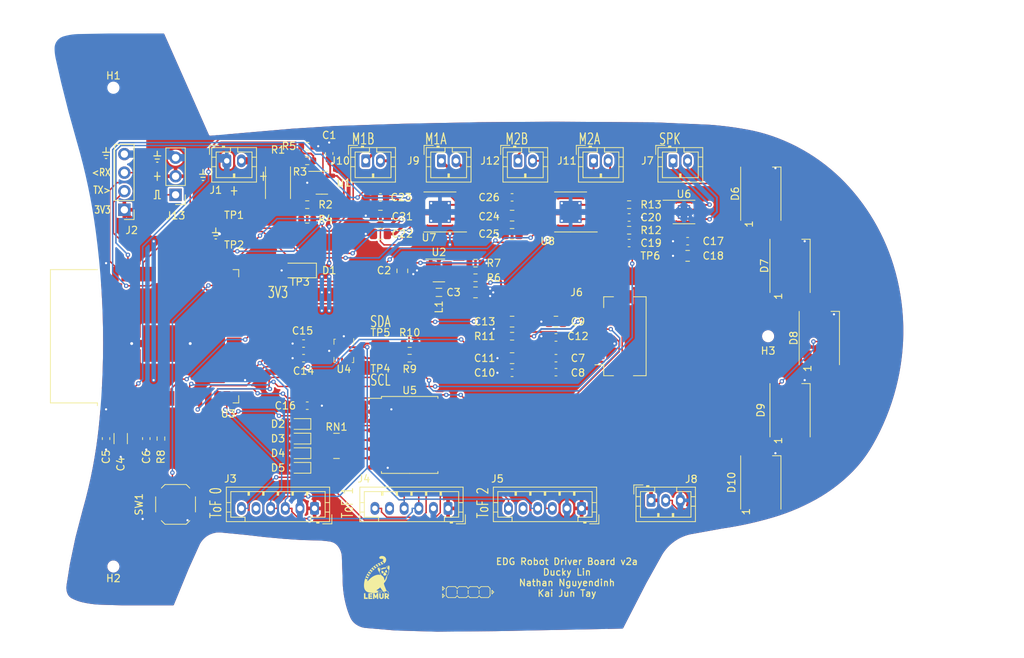
<source format=kicad_pcb>
(kicad_pcb (version 20211014) (generator pcbnew)
  (layers (0 "F.Cu" signal "Front") (31 "B.Cu" signal "Back") (34 "B.Paste" user) (35 "F.Paste" user) (36 "B.SilkS" user "B.Silkscreen") (37 "F.SilkS" user "F.Silkscreen") (38 "B.Mask" user) (39 "F.Mask" user) (44 "Edge.Cuts" user))
  (net 0 "")
  (net 1 "gnd")
  (net 2 "v3v3")
  (net 3 "vbatt")
  (net 4 "i2c_chain_0.sda")
  (net 5 "i2c_chain_0.scl")
  (net 6 "mcu.gpio.ledArray")
  (net 7 "lcd.spi.mosi")
  (net 8 "lcd.spi.sck")
  (net 9 "batt.pins.2")
  (net 10 "mcu.adc.isense")
  (net 11 "m1_a.pins.1")
  (net 12 "m1_a.pins.2")
  (net 13 "m1_b.pins.2")
  (net 14 "m1_b.pins.1")
  (net 15 "m2_a.pins.1")
  (net 16 "m2_a.pins.2")
  (net 17 "m2_b.pins.2")
  (net 18 "m2_b.pins.1")
  (net 19 "imu.int1")
  (net 20 "imu.int2")
  (net 21 "spk_chain_0")
  (net 22 "tof.gpio1.1")
  (net 23 "tof.gpio1.0")
  (net 24 "mcu.gpio.lcd_dc")
  (net 25 "mcu.gpio.motor_1a2")
  (net 26 "mcu.gpio.motor_2a1")
  (net 27 "mcu.gpio.motor_2a2")
  (net 28 "mcu.gpio.motor_1b1")
  (net 29 "mcu.ic.io2")
  (net 30 "mcu.gpio.motor_1a1")
  (net 31 "mcu.gpio.motor_2b1")
  (net 32 "mcu.gpio.lcd_reset")
  (net 33 "mcu.gpio.lcd_cs")
  (net 34 "mcu.gpio.motor_2b2")
  (net 35 "mcu.gpio.motor_1b2")
  (net 36 "lcd.device.iref")
  (net 37 "led_res.a.0")
  (net 38 "led_res.a.1")
  (net 39 "led_res.a.2")
  (net 40 "led_res.a.3")
  (net 41 "tof.gpio1.2")
  (net 42 "spk_chain_1.b")
  (net 43 "spk_chain_1.a")
  (net 44 "led_pixel.pins.2")
  (net 45 "lcd.device.c2n")
  (net 46 "led_res.b.0")
  (net 47 "spk_drv.(adapter)inp_res.b.src")
  (net 48 "spk_drv.inn_cap.pos")
  (net 49 "motor_driver2.vint_cap.pwr")
  (net 50 "ws2812bArray.led[1].din")
  (net 51 "spk_drv.inp_res.a")
  (net 52 "motor_driver2.ic.vcp")
  (net 53 "mcu.ic.uart0.tx")
  (net 54 "servo.pins.1")
  (net 55 "lcd.c2_cap.pos")
  (net 56 "expander.io.tof_xshut_0")
  (net 57 "ws2812bArray.led[3].din")
  (net 58 "leds.signals.3")
  (net 59 "expander.io.led_2")
  (net 60 "expander.io.led_1")
  (net 61 "spk_drv.(adapter)inn_res.b.src")
  (net 62 "isense.amp.(adapter)rf.b.src")
  (net 63 "isense.amp.(adapter)r2.b.src")
  (net 64 "reg_3v3.fb.output")
  (net 65 "mcu.ic.chip_pu")
  (net 66 "mcu.ic.io0")
  (net 67 "mcu.uart0.uart.tx")
  (net 68 "reg_3v3.ic.sw")
  (net 69 "motor_driver1.ic.vcp")
  (net 70 "motor_driver1.vint_cap.pwr")
  (net 71 "expander.io.tof_xshut_1")
  (net 72 "tof.xshut.2")
  (net 73 "ws2812bArray.led[1].dout")
  (net 74 "ws2812bArray.led[3].dout")
  (net 75 "lcd.c1_cap.pos")
  (net 76 "lcd.device.c1n")
  (net 77 "lcd.vcomh_cap.pos")
  (net 78 "lcd.vcc_cap2.pwr")
  (footprint "Resistor_SMD:R_2512_6332Metric" (layer "F.Cu") (at 123 61 -90)
    (fp_text reference "R1")
    (fp_text value "C305115")
  )
  (footprint "Capacitor_SMD:C_0603_1608Metric" (layer "F.Cu") (at 161 82.1667 180)
    (fp_text reference "C12")
    (fp_text value "C14663")
  )
  (footprint "Connector_JST:JST_PH_B2B-PH-K_1x02_P2.00mm_Vertical" (layer "F.Cu") (at 177 58)
    (fp_text reference "J7")
    (fp_text value "")
  )
  (footprint "Resistor_SMD:R_0603_1608Metric" (layer "F.Cu") (at 171 67.5)
    (fp_text reference "R12")
    (fp_text value "C22984")
  )
  (footprint "Capacitor_SMD:C_0603_1608Metric" (layer "F.Cu") (at 171 69.25)
    (fp_text reference "C19")
    (fp_text value "C15849")
  )
  (footprint "Resistor_SMD:R_0603_1608Metric" (layer "F.Cu") (at 141 85 180)
    (fp_text reference "R9")
    (fp_text value "C23162")
  )
  (footprint "Resistor_SMD:R_0603_1608Metric" (layer "F.Cu") (at 155 82 180)
    (fp_text reference "R11")
    (fp_text value "C23203")
  )
  (footprint "Capacitor_SMD:C_0603_1608Metric" (layer "F.Cu") (at 137 63 180)
    (fp_text reference "C23")
    (fp_text value "C57112")
  )
  (footprint "edg:JlcToolingHole_1.152mm" (layer "F.Cu") (at 100.5 48)
    (fp_text reference "H1")
    (fp_text value "")
  )
  (footprint "LED_SMD:LED_WS2812B_PLCC4_5.0x5.0mm_P3.2mm" (layer "F.Cu") (at 197 82.25 90)
    (fp_text reference "D8")
    (fp_text value "C2920042")
  )
  (footprint "Capacitor_SMD:C_0805_2012Metric" (layer "F.Cu") (at 137 68 180)
    (fp_text reference "C22")
    (fp_text value "C1779")
  )
  (footprint "edg:JlcToolingHole_1.152mm" (layer "F.Cu") (at 190 82)
    (fp_text reference "H3")
    (fp_text value "")
  )
  (footprint "Capacitor_SMD:C_0805_2012Metric" (layer "F.Cu") (at 179 71 180)
    (fp_text reference "C18")
    (fp_text value "C1779")
  )
  (footprint "Connector_JST:JST_PH_B2B-PH-K_1x02_P2.00mm_Vertical" (layer "F.Cu") (at 145.3323 58)
    (fp_text reference "J9")
    (fp_text value "")
  )
  (footprint "Connector_JST:JST_PH_B2B-PH-K_1x02_P2.00mm_Vertical" (layer "F.Cu") (at 155.8075 58)
    (fp_text reference "J12")
    (fp_text value "")
  )
  (footprint "Resistor_SMD:R_0603_1608Metric" (layer "F.Cu") (at 127 56 180)
    (fp_text reference "R5")
    (fp_text value "C25811")
  )
  (footprint "edg:Indicator_IdDots_4" (layer "F.Cu") (at 149 117)
    (fp_text reference "U12" hide)
    (fp_text value "")
  )
  (footprint "Capacitor_SMD:C_0603_1608Metric" (layer "F.Cu") (at 155 87 180)
    (fp_text reference "C10")
    (fp_text value "C14663")
  )
  (footprint "LED_SMD:LED_WS2812B_PLCC4_5.0x5.0mm_P3.2mm" (layer "F.Cu") (at 193 72.375 90)
    (fp_text reference "D7")
    (fp_text value "C2920042")
  )
  (footprint "Connector_PinHeader_2.54mm:PinHeader_1x04_P2.54mm_Vertical" (layer "F.Cu") (at 102 64.7 180)
    (fp_text reference "J2")
    (fp_text value "")
  )
  (footprint "edg:Indicator_LeadFree" (layer "F.Cu") (at 149 114.5)
    (fp_text reference "U11" hide)
    (fp_text value "" hide)
  )
  (footprint "Capacitor_SMD:C_0603_1608Metric" (layer "F.Cu") (at 127 91.5)
    (fp_text reference "C16")
    (fp_text value "C14663")
  )
  (footprint "Resistor_SMD:R_0603_1608Metric" (layer "F.Cu") (at 171 64)
    (fp_text reference "R13")
    (fp_text value "C22984")
  )
  (footprint "LED_SMD:LED_0603_1608Metric" (layer "F.Cu") (at 126 100 180)
    (fp_text reference "D5")
    (fp_text value "C2286")
  )
  (footprint "edg:Symbol_LemurSmall" (layer "F.Cu") (at 136.5 115)
    (fp_text reference "U9" hide)
    (fp_text value "" hide)
  )
  (footprint "Connector_JST:JST_PH_B2B-PH-K_1x02_P2.00mm_Vertical" (layer "F.Cu") (at 135 58)
    (fp_text reference "J10")
    (fp_text value "")
  )
  (footprint "Capacitor_SMD:C_0603_1608Metric" (layer "F.Cu") (at 171 65.75)
    (fp_text reference "C20")
    (fp_text value "C15849")
  )
  (footprint "Capacitor_SMD:C_0603_1608Metric" (layer "F.Cu") (at 105 96 -90)
    (fp_text reference "C6")
    (fp_text value "C15849")
  )
  (footprint "edg:JlcToolingHole_1.152mm" (layer "F.Cu") (at 100.5 113.5)
    (fp_text reference "H2")
    (fp_text value "")
  )
  (footprint "RF_Module:ESP32-WROOM-32" (layer "F.Cu") (at 107.755 82 90)
    (fp_text reference "U3")
    (fp_text value "C701342")
  )
  (footprint "edg:TestPoint_TE_RCU_0603" (layer "F.Cu") (at 117 64 180)
    (fp_text reference "TP1")
    (fp_text value "")
  )
  (footprint "Capacitor_SMD:C_0805_2012Metric" (layer "F.Cu") (at 150 76)
    (fp_text reference "C3")
    (fp_text value "C1779")
  )
  (footprint "Resistor_SMD:R_0603_1608Metric" (layer "F.Cu") (at 127 66 180)
    (fp_text reference "R4")
    (fp_text value "C25811")
  )
  (footprint "Connector_FFC-FPC:Hirose_FH12-15S-0.5SH_1x15-1MP_P0.50mm_Horizontal" (layer "F.Cu") (at 168.825 82 90)
    (fp_text reference "J6")
    (fp_text value "")
  )
  (footprint "Resistor_SMD:R_0603_1608Metric" (layer "F.Cu") (at 127 64)
    (fp_text reference "R2")
    (fp_text value "C25804")
  )
  (footprint "Connector_PinHeader_2.54mm:PinHeader_1x03_P2.54mm_Vertical" (layer "F.Cu") (at 109 62.65 180)
    (fp_text reference "J13")
    (fp_text value "")
  )
  (footprint "edg:TestPoint_TE_RCU_0603" (layer "F.Cu") (at 117 68)
    (fp_text reference "TP2")
    (fp_text value "")
  )
  (footprint "Capacitor_SMD:C_0603_1608Metric" (layer "F.Cu") (at 179 69 180)
    (fp_text reference "C17")
    (fp_text value "C14663")
  )
  (footprint "Capacitor_SMD:C_0603_1608Metric" (layer "F.Cu") (at 155 63 180)
    (fp_text reference "C26")
    (fp_text value "C57112")
  )
  (footprint "Resistor_SMD:R_0603_1608Metric" (layer "F.Cu") (at 107 96 90)
    (fp_text reference "R8")
    (fp_text value "C25804")
  )
  (footprint "LED_SMD:LED_0603_1608Metric" (layer "F.Cu") (at 126 98 180)
    (fp_text reference "D4")
    (fp_text value "C2286")
  )
  (footprint "Capacitor_SMD:C_0805_2012Metric" (layer "F.Cu") (at 155 65.5 180)
    (fp_text reference "C24")
    (fp_text value "C15850")
  )
  (footprint "edg:TestPoint_TE_RCU_0603" (layer "F.Cu") (at 137 85 180)
    (fp_text reference "TP4")
    (fp_text value "")
  )
  (footprint "Connector_JST:JST_PH_B6B-PH-K_1x06_P2.00mm_Vertical" (layer "F.Cu") (at 164.5 105.55 180)
    (fp_text reference "J5")
    (fp_text value "")
  )
  (footprint "Package_SO:MSOP-8-1EP_3x3mm_P0.65mm_EP1.68x1.88mm_ThermalVias" (layer "F.Cu") (at 178.5 65)
    (fp_text reference "U6")
    (fp_text value "C27396")
  )
  (footprint "edg:TestPoint_TE_RCU_0603" (layer "F.Cu") (at 171 71)
    (fp_text reference "TP6")
    (fp_text value "")
  )
  (footprint "Connector_JST:JST_PH_B3B-PH-K_1x03_P2.00mm_Vertical" (layer "F.Cu") (at 174 104.45)
    (fp_text reference "J8")
    (fp_text value "")
  )
  (footprint "Connector_JST:JST_PH_B6B-PH-K_1x06_P2.00mm_Vertical" (layer "F.Cu") (at 146.25 105.55 180)
    (fp_text reference "J4")
    (fp_text value "")
  )
  (footprint "LED_SMD:LED_WS2812B_PLCC4_5.0x5.0mm_P3.2mm" (layer "F.Cu") (at 193 92.125 90)
    (fp_text reference "D9")
    (fp_text value "C2920042")
  )
  (footprint "Resistor_SMD:R_0603_1608Metric" (layer "F.Cu") (at 141 83 180)
    (fp_text reference "R10")
    (fp_text value "C23162")
  )
  (footprint "Resistor_SMD:R_Array_Concave_4x0603" (layer "F.Cu") (at 131 97)
    (fp_text reference "RN1")
    (fp_text value "C20197")
  )
  (footprint "Capacitor_SMD:C_1206_3216Metric" (layer "F.Cu") (at 101.5 96 -90)
    (fp_text reference "C4")
    (fp_text value "C5672")
  )
  (footprint "Capacitor_SMD:C_0805_2012Metric" (layer "F.Cu") (at 155 68 180)
    (fp_text reference "C25")
    (fp_text value "C1779")
  )
  (footprint "Capacitor_SMD:C_0603_1608Metric" (layer "F.Cu") (at 99.5 96 -90)
    (fp_text reference "C5")
    (fp_text value "C14663")
  )
  (footprint "edg:Symbol_Duckling" (layer "F.Cu") (at 142 115.5)
    (fp_text reference "U10" hide)
    (fp_text value "" hide)
  )
  (footprint "Button_Switch_SMD:SW_SPST_SKQG_WithoutStem" (layer "F.Cu") (at 109 105 180)
    (fp_text reference "SW1")
    (fp_text value "C318884")
  )
  (footprint "Capacitor_SMD:C_0805_2012Metric" (layer "F.Cu") (at 140 73.05 -90)
    (fp_text reference "C2")
    (fp_text value "C1779")
  )
  (footprint "Connector_JST:JST_PH_B6B-PH-K_1x06_P2.00mm_Vertical" (layer "F.Cu") (at 128 105.55 180)
    (fp_text reference "J3")
    (fp_text value "")
  )
  (footprint "Capacitor_SMD:C_0603_1608Metric" (layer "F.Cu") (at 161 85 180)
    (fp_text reference "C7")
    (fp_text value "C14663")
  )
  (footprint "Resistor_SMD:R_0603_1608Metric" (layer "F.Cu") (at 127 58)
    (fp_text reference "R3")
    (fp_text value "C25804")
  )
  (footprint "LED_SMD:LED_WS2812B_PLCC4_5.0x5.0mm_P3.2mm" (layer "F.Cu") (at 189 102 90)
    (fp_text reference "D10")
    (fp_text value "C2920042")
  )
  (footprint "LED_SMD:LED_0603_1608Metric" (layer "F.Cu") (at 126 94 180)
    (fp_text reference "D2")
    (fp_text value "C2286")
  )
  (footprint "Package_SO:TSSOP-16-1EP_4.4x5mm_P0.65mm_EP3x3mm_ThermalVias" (layer "F.Cu") (at 163 65 180)
    (fp_text reference "U8")
    (fp_text value "C50506")
  )
  (footprint "Package_SO:SOIC-16W_7.5x10.3mm_P1.27mm" (layer "F.Cu") (at 141 95.5)
    (fp_text reference "U5")
    (fp_text value "C86832")
  )
  (footprint "Connector_JST:JST_PH_B2B-PH-K_1x02_P2.00mm_Vertical" (layer "F.Cu") (at 166.1398 58)
    (fp_text reference "J11")
    (fp_text value "")
  )
  (footprint "Package_SO:TSSOP-16-1EP_4.4x5mm_P0.65mm_EP3x3mm_ThermalVias" (layer "F.Cu") (at 145.1398 65 180)
    (fp_text reference "U7")
    (fp_text value "C50506")
  )
  (footprint "Capacitor_SMD:C_0805_2012Metric" (layer "F.Cu") (at 137 65.5 180)
    (fp_text reference "C21")
    (fp_text value "C15850")
  )
  (footprint "Capacitor_SMD:C_0805_2012Metric" (layer "F.Cu") (at 161 80 180)
    (fp_text reference "C9")
    (fp_text value "C1779")
  )
  (footprint "edg:TestPoint_TE_RCU_0603" (layer "F.Cu") (at 137 83 180)
    (fp_text reference "TP5")
    (fp_text value "")
  )
  (footprint "Capacitor_SMD:C_0603_1608Metric" (layer "F.Cu") (at 130 57 90)
    (fp_text reference "C1")
    (fp_text value "C14663")
  )
  (footprint "edg:TestPoint_TE_RCU_0603" (layer "F.Cu") (at 126 76)
    (fp_text reference "TP3")
    (fp_text value "")
  )
  (footprint "Resistor_SMD:R_0603_1608Metric" (layer "F.Cu") (at 150 72)
    (fp_text reference "R7")
    (fp_text value "C22809")
  )
  (footprint "Diode_SMD:D_SOD-123" (layer "F.Cu") (at 126 73 180)
    (fp_text reference "D1")
    (fp_text value "C499796")
  )
  (footprint "LED_SMD:LED_0603_1608Metric" (layer "F.Cu") (at 126 96 180)
    (fp_text reference "D3")
    (fp_text value "C2286")
  )
  (footprint "Capacitor_SMD:C_0603_1608Metric" (layer "F.Cu") (at 126.5 83 180)
    (fp_text reference "C15")
    (fp_text value "C14663")
  )
  (footprint "Capacitor_SMD:C_0603_1608Metric" (layer "F.Cu") (at 126.5 85 180)
    (fp_text reference "C14")
    (fp_text value "C14663")
  )
  (footprint "Capacitor_SMD:C_0805_2012Metric" (layer "F.Cu") (at 155 85 180)
    (fp_text reference "C11")
    (fp_text value "C1779")
  )
  (footprint "LED_SMD:LED_WS2812B_PLCC4_5.0x5.0mm_P3.2mm" (layer "F.Cu") (at 189 62.5 90)
    (fp_text reference "D6")
    (fp_text value "C2920042")
  )
  (footprint "Inductor_SMD:L_0805_2012Metric" (layer "F.Cu") (at 145 76)
    (fp_text reference "L1")
    (fp_text value "C98331")
  )
  (footprint "Package_TO_SOT_SMD:SOT-23-5" (layer "F.Cu") (at 145 73)
    (fp_text reference "U2")
    (fp_text value "C500769")
  )
  (footprint "Capacitor_SMD:C_0805_2012Metric" (layer "F.Cu") (at 155 80 180)
    (fp_text reference "C13")
    (fp_text value "C15850")
  )
  (footprint "Connector_JST:JST_PH_B2B-PH-K_1x02_P2.00mm_Vertical" (layer "F.Cu") (at 116 58)
    (fp_text reference "J1")
    (fp_text value "")
  )
  (footprint "Capacitor_SMD:C_0603_1608Metric" (layer "F.Cu") (at 161 86.9167 180)
    (fp_text reference "C8")
    (fp_text value "C14663")
  )
  (footprint "Resistor_SMD:R_0603_1608Metric" (layer "F.Cu") (at 150 74 180)
    (fp_text reference "R6")
    (fp_text value "C23231")
  )
  (footprint "Package_TO_SOT_SMD:SOT-23-5" (layer "F.Cu") (at 129 61)
    (fp_text reference "U1")
    (fp_text value "C7972")
  )
  (footprint "Package_LGA:Bosch_LGA-14_3x2.5mm_P0.5mm" (layer "F.Cu") (at 132 84 -90)
    (fp_text reference "U4")
    (fp_text value "C967633")
  )
  (gr_line (start 152.705652 122.597399) (end 170.311219 122.243129) (layer "Edge.Cuts") (width 0.001919))
  (gr_line (start 113.771581 54.314842) (end 110.678787 47.321486) (layer "Edge.Cuts") (width 0.001919))
  (gr_line (start 179.437981 109.340335) (end 183.712471 108.563339) (layer "Edge.Cuts") (width 0.001919))
  (gr_line (start 94.314959 113.074293) (end 93.838255 116.085521) (layer "Edge.Cuts") (width 0.001919))
  (gr_arc (start 96.196859 118.639526) (mid 95.431937 118.410576) (end 94.702677 118.085456) (layer "Edge.Cuts") (width 0.001919))
  (gr_line (start 118.735974 109.444684) (end 121.13639 109.725552) (layer "Edge.Cuts") (width 0.001919))
  (gr_line (start 131.476552 112.158208) (end 131.576219 115.102624) (layer "Edge.Cuts") (width 0.001919))
  (gr_arc (start 131.706154 117.095006) (mid 131.60874 116.100931) (end 131.576219 115.102624) (layer "Edge.Cuts") (width 0.001919))
  (gr_arc (start 92.357693 44.024822) (mid 92.244194 43.319208) (end 92.206219 42.605534) (layer "Edge.Cuts") (width 0.001919))
  (gr_arc (start 132.659596 120.592712) (mid 132.347332 119.811899) (end 132.093787 119.010093) (layer "Edge.Cuts") (width 0.001919))
  (gr_arc (start 204.497209 97.038647) (mid 202.99336 99.259159) (end 201.18158 101.236451) (layer "Edge.Cuts") (width 0.001919))
  (gr_line (start 126.162921 110.127751) (end 127.943474 110.178129) (layer "Edge.Cuts") (width 0.001919))
  (gr_arc (start 208.525346 84.868834) (mid 207.12926 91.158288) (end 204.497209 97.038647) (layer "Edge.Cuts") (width 0.001919))
  (gr_arc (start 93.59579 40.739659) (mid 94.608879 40.507812) (end 95.64306 40.404996) (layer "Edge.Cuts") (width 0.001919))
  (gr_arc (start 93.975639 117.267769) (mid 93.832451 116.685302) (end 93.838255 116.085521) (layer "Edge.Cuts") (width 0.001919))
  (gr_arc (start 130.050482 110.337839) (mid 130.595882 110.535244) (end 131.024503 110.926027) (layer "Edge.Cuts") (width 0.001919))
  (gr_arc (start 187.277246 53.49204) (mid 189.417701 53.993602) (end 191.502977 54.689833) (layer "Edge.Cuts") (width 0.001919))
  (gr_line (start 108.904844 119.068129) (end 111.033032 113.889684) (layer "Edge.Cuts") (width 0.001919))
  (gr_arc (start 207.379816 72.210619) (mid 208.611486 78.480098) (end 208.525346 84.868834) (layer "Edge.Cuts") (width 0.001919))
  (gr_line (start 170.311219 122.243129) (end 173.567641 115.898902) (layer "Edge.Cuts") (width 0.001919))
  (gr_line (start 98.486368 118.969536) (end 101.785673 119.068129) (layer "Edge.Cuts") (width 0.001919))
  (gr_arc (start 177.32211 110.288707) (mid 178.331346 109.705869) (end 179.437981 109.340335) (layer "Edge.Cuts") (width 0.001919))
  (gr_arc (start 92.206219 42.605534) (mid 92.305157 41.991995) (end 92.591945 41.440659) (layer "Edge.Cuts") (width 0.001919))
  (gr_arc (start 201.323948 61.477002) (mid 204.933643 66.515582) (end 207.379816 72.210619) (layer "Edge.Cuts") (width 0.001919))
  (gr_line (start 174.382477 52.479719) (end 160.786219 52.393129) (layer "Edge.Cuts") (width 0.001919))
  (gr_arc (start 92.591945 41.440659) (mid 93.037003 41.008729) (end 93.595789 40.739659) (layer "Edge.Cuts") (width 0.001919))
  (gr_line (start 101.785673 119.068129) (end 108.904844 119.068129) (layer "Edge.Cuts") (width 0.001919))
  (gr_arc (start 190.795224 107.012817) (mid 187.281994 107.916651) (end 183.712471 108.563339) (layer "Edge.Cuts") (width 0.001919))
  (gr_arc (start 191.502977 54.689833) (mid 196.816532 57.500179) (end 201.323948 61.477002) (layer "Edge.Cuts") (width 0.001919))
  (gr_line (start 96.100919 105.520269) (end 95.072714 109.461446) (layer "Edge.Cuts") (width 0.001919))
  (gr_line (start 95.072714 109.461446) (end 94.314959 113.074293) (layer "Edge.Cuts") (width 0.001919))
  (gr_arc (start 97.83684 67.701922) (mid 98.527067 74.374429) (end 98.828704 81.075755) (layer "Edge.Cuts") (width 0.001919))
  (gr_arc (start 133.338152 121.489394) (mid 132.947024 121.08029) (end 132.659596 120.592712) (layer "Edge.Cuts") (width 0.001919))
  (gr_line (start 111.033032 113.889684) (end 112.511302 110.619467) (layer "Edge.Cuts") (width 0.001919))
  (gr_line (start 93.116742 47.368853) (end 94.118859 51.34364) (layer "Edge.Cuts") (width 0.001919))
  (gr_line (start 130.789133 52.982619) (end 124.8964 53.353986) (layer "Edge.Cuts") (width 0.001919))
  (gr_line (start 124.8964 53.353986) (end 113.771581 54.314842) (layer "Edge.Cuts") (width 0.001919))
  (gr_line (start 173.567641 115.898902) (end 175.73792 112.009162) (layer "Edge.Cuts") (width 0.001919))
  (gr_arc (start 196.620915 104.56905) (mid 193.774781 105.949966) (end 190.795224 107.012817) (layer "Edge.Cuts") (width 0.001919))
  (gr_arc (start 98.486368 118.969536) (mid 97.334728 118.8523) (end 96.196859 118.639526) (layer "Edge.Cuts") (width 0.001919))
  (gr_line (start 107.585993 40.328129) (end 99.896106 40.328129) (layer "Edge.Cuts") (width 0.001919))
  (gr_line (start 134.889641 122.151255) (end 139.006242 122.50381) (layer "Edge.Cuts") (width 0.001919))
  (gr_arc (start 112.511302 110.619467) (mid 112.968857 109.959532) (end 113.598076 109.460578) (layer "Edge.Cuts") (width 0.001919))
  (gr_line (start 144.744534 122.671872) (end 152.705652 122.597399) (layer "Edge.Cuts") (width 0.001919))
  (gr_line (start 110.678787 47.321486) (end 107.585993 40.328129) (layer "Edge.Cuts") (width 0.001919))
  (gr_line (start 150.4889 52.463681) (end 140.028022 52.67538) (layer "Edge.Cuts") (width 0.001919))
  (gr_line (start 94.118859 51.34364) (end 95.305871 55.623034) (layer "Edge.Cuts") (width 0.001919))
  (gr_arc (start 94.702677 118.085456) (mid 94.264682 117.742832) (end 93.975639 117.267769) (layer "Edge.Cuts") (width 0.001919))
  (gr_arc (start 98.828704 81.075755) (mid 98.739841 87.648004) (end 98.264232 94.203623) (layer "Edge.Cuts") (width 0.001919))
  (gr_line (start 92.357693 44.024822) (end 93.116742 47.368853) (layer "Edge.Cuts") (width 0.001919))
  (gr_line (start 121.13639 109.725552) (end 123.740264 109.96268) (layer "Edge.Cuts") (width 0.001919))
  (gr_line (start 140.028022 52.67538) (end 130.789133 52.982619) (layer "Edge.Cuts") (width 0.001919))
  (gr_arc (start 201.18158 101.236451) (mid 199.005341 103.045202) (end 196.620915 104.56905) (layer "Edge.Cuts") (width 0.001919))
  (gr_arc (start 95.305871 55.623034) (mid 96.796192 61.615367) (end 97.83684 67.701922) (layer "Edge.Cuts") (width 0.001919))
  (gr_arc (start 127.943474 110.178129) (mid 129 110.218118) (end 130.050482 110.337839) (layer "Edge.Cuts") (width 0.001919))
  (gr_arc (start 113.598076 109.460578) (mid 114.345903 109.164527) (end 115.147357 109.096992) (layer "Edge.Cuts") (width 0.001919))
  (gr_line (start 182.084208 52.816378) (end 174.382477 52.479719) (layer "Edge.Cuts") (width 0.001919))
  (gr_line (start 115.147357 109.096992) (end 118.735974 109.444684) (layer "Edge.Cuts") (width 0.001919))
  (gr_arc (start 132.093787 119.010093) (mid 131.866699 118.059284) (end 131.706154 117.095006) (layer "Edge.Cuts") (width 0.001919))
  (gr_arc (start 98.264232 94.203623) (mid 97.428888 99.909032) (end 96.100919 105.520269) (layer "Edge.Cuts") (width 0.001919))
  (gr_line (start 123.740264 109.96268) (end 126.162921 110.127751) (layer "Edge.Cuts") (width 0.001919))
  (gr_line (start 99.896106 40.328129) (end 95.64306 40.404996) (layer "Edge.Cuts") (width 0.001919))
  (gr_line (start 139.006242 122.50381) (end 144.744534 122.671872) (layer "Edge.Cuts") (width 0.001919))
  (gr_arc (start 182.084208 52.816378) (mid 184.689978 53.08311) (end 187.277246 53.49204) (layer "Edge.Cuts") (width 0.001919))
  (gr_arc (start 175.73792 112.009162) (mid 176.443466 111.069241) (end 177.32211 110.288707) (layer "Edge.Cuts") (width 0.001919))
  (gr_arc (start 134.889641 122.151255) (mid 134.065662 121.933396) (end 133.338152 121.489394) (layer "Edge.Cuts") (width 0.001919))
  (gr_line (start 160.786219 52.393129) (end 150.4889 52.463681) (layer "Edge.Cuts") (width 0.001919))
  (gr_arc (start 131.024503 110.926027) (mid 131.338591 111.50981) (end 131.476552 112.158208) (layer "Edge.Cuts") (width 0.001919))
  (gr_text "⏚" (at 114.5 68) (layer "F.SilkS") (effects (font (size 1.5 1) (thickness 0.1524))))
  (gr_text "⏚" (at 106.5 57.5) (layer "F.SilkS") (effects (font (size 1.5 1) (thickness 0.1524))))
  (gr_text "M2A" (at 164 55) (layer "F.SilkS") (effects (font (size 1.5 1)) (justify left)))
  (gr_text "M1B" (at 133 55) (layer "F.SilkS") (effects (font (size 1.5 1)) (justify left)))
  (gr_text "+" (at 106.5 60) (layer "F.SilkS") (effects (font (size 1.5 1) (thickness 0.1524))))
  (gr_text "⏚" (at 112.75 60) (layer "F.SilkS") (effects (font (size 1.5 1) (thickness 0.1524))))
  (gr_text "SPK" (at 175 55) (layer "F.SilkS") (effects (font (size 1.5 1)) (justify left)))
  (gr_text "EDG Robot Driver Board v2a\nDucky Lin\nNathan Nguyendinh\nKai Jun Tay" (at 162.5 115) (layer "F.SilkS") (effects (font (size 0.9 0.9))))
  (gr_text "SCL" (at 137 88) (layer "F.SilkS") (effects (font (size 1.5 1) (thickness 0.1524))))
  (gr_text "+" (at 117 62) (layer "F.SilkS") (effects (font (size 1.5 1) (thickness 0.1524))))
  (gr_text "M1A" (at 143 55) (layer "F.SilkS") (effects (font (size 1.5 1)) (justify left)))
  (gr_text "M2B" (at 154 55) (layer "F.SilkS") (effects (font (size 1.5 1)) (justify left)))
  (gr_text "3V3" (at 99.014286 64.699999) (layer "F.SilkS") (effects (font (size 1 0.8) (thickness 0.1524))))
  (gr_text "3V3" (at 123 76) (layer "F.SilkS") (effects (font (size 1.5 1) (thickness 0.1524))))
  (gr_text "ToF 2" (at 151 107 90) (layer "F.SilkS") (effects (font (size 1.5 1)) (justify left)))
  (gr_text "⏚" (at 99.5 57) (layer "F.SilkS") (effects (font (size 1.5 1) (thickness 0.1524))))
  (gr_text "+" (at 121 60) (layer "F.SilkS") (effects (font (size 1.5 1) (thickness 0.1524))))
  (gr_text "ToF 1" (at 132.5 107 90) (layer "F.SilkS") (effects (font (size 1.5 1)) (justify left)))
  (gr_text "⎍" (at 106.5 62.5) (layer "F.SilkS") (effects (font (size 1.5 1) (thickness 0.1524))))
  (gr_text "<RX" (at 98.842857 59.589999) (layer "F.SilkS") (effects (font (size 1 0.8) (thickness 0.1524))))
  (gr_text "SDA" (at 137 80) (layer "F.SilkS") (effects (font (size 1.5 1) (thickness 0.1524))))
  (gr_text "ToF 0" (at 114.5 107 90) (layer "F.SilkS") (effects (font (size 1.5 1)) (justify left)))
  (gr_text "TX>" (at 98.937295 62) (layer "F.SilkS") (effects (font (size 1 0.8) (thickness 0.154))))
  (segment (start 130.988 84.5) (end 130.988 84.25) (width 0.254) (layer "F.Cu") (net 1))
  (segment (start 164.2 63.8) (end 164.34 63.8) (width 0.2) (layer "F.Cu") (net 1))
  (segment (start 143.9398 66.2) (end 143.9398 65.325) (width 0.2) (layer "F.Cu") (net 1))
  (segment (start 107 83) (end 111 83) (width 1) (layer "F.Cu") (net 1))
  (segment (start 104.65 106.85) (end 104.5 107) (width 0.254) (layer "F.Cu") (net 1))
  (segment (start 145.1398 65.0002) (end 145.1398 65) (width 0.2) (layer "F.Cu") (net 1))
  (segment (start 136.05 68) (end 135 68) (width 0.6) (layer "F.Cu") (net 1))
  (segment (start 164.565 64.025) (end 164.34 63.8) (width 0.254) (layer "F.Cu") (net 1))
  (segment (start 127.862 61) (end 127 61) (width 0.254) (layer "F.Cu") (net 1))
  (segment (start 138.5 91.5) (end 138.055 91.055) (width 0.254) (layer "F.Cu") (net 1))
  (segment (start 190.6 60.05) (end 190.6 59.4) (width 0.254) (layer "F.Cu") (net 1))
  (segment (start 163 65.14) (end 163 65) (width 0.2) (layer "F.Cu") (net 1))
  (segment (start 150.95 76) (end 152.424 76) (width 0.254) (layer "F.Cu") (net 1))
  (segment (start 148.015 65.975) (end 148.0148 65.975) (width 0.4) (layer "F.Cu") (net 1))
  (segment (start 138.055 91.055) (end 136.35 91.055) (width 0.254) (layer "F.Cu") (net 1))
  (segment (start 130.988 84) (end 130.9875 84) (width 0.254) (layer "F.Cu") (net 1))
  (segment (start 154.175 82) (end 153.5 82) (width 0.254) (layer "F.Cu") (net 1))
  (segment (start 101.5 97.475) (end 101.5 98.5) (width 0.254) (layer "F.Cu") (net 1))
  (segment (start 194.6 88.4) (end 195 88) (width 0.254) (layer "F.Cu") (net 1))
  (segment (start 146.3398 66.2) (end 146.3775 66.1623) (width 0.2) (layer "F.Cu") (net 1))
  (segment (start 145.1398 65.0002) (end 145.14 65) (width 0.254) (layer "F.Cu") (net 1))
  (segment (start 153.5 82) (end 152.5 81) (width 0.254) (layer "F.Cu") (net 1))
  (segment (start 118.215 87.715) (end 118.5 88) (width 0.254) (layer "F.Cu") (net 1))
  (segment (start 153.5 80) (end 152.5 81) (width 0.254) (layer "F.Cu") (net 1))
  (segment (start 107 83) (end 103 83) (width 1) (layer "F.Cu") (net 1))
  (segment (start 105.9 106.85) (end 104.65 106.85) (width 0.254) (layer "F.Cu") (net 1))
  (segment (start 110.6324 107.166) (end 110.8999 106.8985) (width 0.2) (layer "F.Cu") (net 1))
  (segment (start 146.3775 66.1623) (end 146.3777 66.1623) (width 0.2) (layer "F.Cu") (net 1))
  (segment (start 127.775 91.5) (end 129 91.5) (width 0.254) (layer "F.Cu") (net 1))
  (segment (start 146.3775 63.8377) (end 146.3777 63.8377) (width 0.2) (layer "F.Cu") (net 1))
  (segment (start 125.725 83) (end 125 83) (width 0.254) (layer "F.Cu") (net 1))
  (segment (start 166.975 83) (end 169 83) (width 0.254) (layer "F.Cu") (net 1))
  (segment (start 105 96.775) (end 105 97.5) (width 0.254) (layer "F.Cu") (net 1))
  (segment (start 162.815 65.325) (end 163 65.14) (width 0.254) (layer "F.Cu") (net 1))
  (segment (start 152.424 76) (end 152 76.4235) (width 0.254) (layer "F.Cu") (net 1))
  (segment (start 194.6 69.925) (end 194.6 69.4) (width 0.254) (layer "F.Cu") (net 1))
  (segment (start 161.8 65.325) (end 162.815 65.325) (width 0.254) (layer "F.Cu") (net 1))
  (segment (start 132.5 82) (end 132 82) (width 0.254) (layer "F.Cu") (net 1))
  (segment (start 141 74) (end 141.5 73.5) (width 0.6) (layer "F.Cu") (net 1))
  (segment (start 190.6 98.4) (end 191 98) (width 0.254) (layer "F.Cu") (net 1))
  (segment (start 160.225 82.1667) (end 159.167 82.1667) (width 0.254) (layer "F.Cu") (net 1))
  (segment (start 154.225 87) (end 153 87) (width 0.254) (layer "F.Cu") (net 1))
  (segment (start 130 56.225) (end 130 55.5) (width 0.254) (layer "F.Cu") (net 1))
  (segment (start 127.825 56) (end 128.5 56) (width 0.254) (layer "F.Cu") (net 1))
  (segment (start 136.35 99.945) (end 137.945 99.945) (width 0.254) (layer "F.Cu") (net 1))
  (segment (start 152 76.5) (end 151.45 76.5) (width 0.254) (layer "F.Cu") (net 1))
  (segment (start 143.862 73) (end 143.8625 73) (width 0.2) (layer "F.Cu") (net 1))
  (segment (start 150.825 72) (end 151.5 72) (width 0.254) (layer "F.Cu") (net 1))
  (segment (start 138.155 93.595) (end 136.35 93.595) (width 0.254) (layer "F.Cu") (net 1))
  (segment (start 165.875 65.975) (end 164.565 65.975) (width 0.254) (layer "F.Cu") (net 1))
  (segment (start 180.65 64.675) (end 179.05 64.675) (width 0.254) (layer "F.Cu") (net 1))
  (segment (start 148.015 64.025) (end 148.0148 64.025) (width 0.254) (layer "F.Cu") (net 1))
  (segment (start 112.1 106.85) (end 110.8999 106.85) (width 0.2) (layer "F.Cu") (net 1))
  (segment (start 154.05 80) (end 153.5 80) (width 0.254) (layer "F.Cu") (net 1))
  (segment (start 143.862 73) (end 142 73) (width 0.6) (layer "F.Cu") (net 1))
  (segment (start 99.5 96.775) (end 99.5 97.5) (width 0.254) (layer "F.Cu") (net 1))
  (segment (start 130.988 84.25) (end 130.9875 84.2505) (width 0.2) (layer "F.Cu") (net 1))
  (segment (start 152 75.5) (end 151.45 75.5) (width 0.254) (layer "F.Cu") (net 1))
  (segment (start 131.75 82.7375) (end 131.75 82.25) (width 0.254) (layer "F.Cu") (net 1))
  (segment (start 163 65.14) (end 163.14 65) (width 0.254) (layer "F.Cu") (net 1))
  (segment (start 178.225 69) (end 177 69) (width 0.254) (layer "F.Cu") (net 1))
  (segment (start 148.0148 64.025) (end 146.565 64.025) (width 0.254) (layer "F.Cu") (net 1))
  (segment (start 190.6 59.4) (end 191 59) (width 0.254) (layer "F.Cu") (net 1))
  (segment (start 99.5 90.5) (end 99.5 92) (width 0.254) (layer "F.Cu") (net 1))
  (segment (start 132.25 82.7375) (end 132.25 82.25) (width 0.254) (layer "F.Cu") (net 1))
  (segment (start 179.05 64.675) (end 178.825 64.675) (width 0.254) (layer "F.Cu") (net 1))
  (segment (start 178.825 64.675) (end 178.5 65) (width 0.254) (layer "F.Cu") (net 1))
  (segment (start 154.05 85) (end 153 85) (width 0.254) (layer "F.Cu") (net 1))
  (segment (start 141.5 73.5) (end 142 73) (width 0.6) (layer "F.Cu") (net 1))
  (segment (start 151.45 75.5) (end 150.95 76) (width 0.254) (layer "F.Cu") (net 1))
  (segment (start 99.5 73.5) (end 99.5 72) (width 0.254) (layer "F.Cu") (net 1))
  (segment (start 146.3398 63.8) (end 146.3775 63.8377) (width 0.2) (layer "F.Cu") (net 1))
  (segment (start 161.8 66.2) (end 161.8 65.325) (width 0.2) (layer "F.Cu") (net 1))
  (segment (start 148.0148 65.975) (end 146.565 65.975) (width 0.4) (layer "F.Cu") (net 1))
  (segment (start 198.6 79.4) (end 199 79) (width 0.254) (layer "F.Cu") (net 1))
  (segment (start 136.05 65.5) (end 135 65.5) (width 0.6) (layer "F.Cu") (net 1))
  (segment (start 166.015 64.025) (end 165.875 64.025) (width 0.254) (layer "F.Cu") (net 1))
  (segment (start 160.05 80) (end 159 80) (width 0.254) (layer "F.Cu") (net 1))
  (segment (start 166.015 65.975) (end 165.875 65.975) (width 0.254) (layer "F.Cu") (net 1))
  (segment (start 143.9398 65.325) (end 144.815 65.325) (width 0.254) (layer "F.Cu") (net 1))
  (segment (start 138.5 93.25) (end 138.155 93.595) (width 0.254) (layer "F.Cu") (net 1))
  (segment (start 190.6 99.55) (end 190.6 98.4) (width 0.254) (layer "F.Cu") (net 1))
  (segment (start 159.167 82.1667) (end 159 82) (width 0.254) (layer "F.Cu") (net 1))
  (segment (start 130.9875 84.2505) (end 130.9875 84.5) (width 0.2) (layer "F.Cu") (net 1))
  (segment (start 141 74) (end 141.5 73.5) (width 0.6) (layer "F.Cu") (net 1))
  (segment (start 110.8999 106.8985) (end 110.8999 106.85) (width 0.2) (layer "F.Cu") (net 1))
  (segment (start 125.725 85) (end 125 85) (width 0.254) (layer "F.Cu") (net 1))
  (segment (start 152 76.4235) (end 152 76.5) (width 0.254) (layer "F.Cu") (net 1))
  (segment (start 138.5 92) (end 138.175 92.325) (width 0.254) (layer "F.Cu") (net 1))
  (segment (start 131.75 82.25) (end 132 82) (width 0.254) (layer "F.Cu") (net 1))
  (segment (start 194.6 69.4) (end 195 69) (width 0.254) (layer "F.Cu") (net 1))
  (segment (start 146.3777 63.8377) (end 146.34 63.8) (width 0.254) (layer "F.Cu") (net 1))
  (segment (start 138.175 92.325) (end 136.35 92.325) (width 0.254) (layer "F.Cu") (net 1))
  (segment (start 172.75 65.75) (end 171.775 65.75) (width 0.4) (layer "F.Cu") (net 1))
  (segment (start 124.35 73) (end 123.5 73) (width 0.4) (layer "F.Cu") (net 1))
  (segment (start 154.05 68) (end 153 68) (width 0.6) (layer "F.Cu") (net 1))
  (segment (start 117 68) (end 115 68) (width 0.8) (layer "F.Cu") (net 1))
  (segment (start 194.6 89.675) (end 194.6 88.4) (width 0.254) (layer "F.Cu") (net 1))
  (segment (start 146.565 64.025) (end 146.3777 63.8377) (width 0.254) (layer "F.Cu") (net 1))
  (segment (start 154.05 65.5) (end 153 65.5) (width 0.6) (layer "F.Cu") (net 1))
  (segment (start 138.5 92) (end 138.5 91.5) (width 0.254) (layer "F.Cu") (net 1))
  (segment (start 178.05 71) (end 177 71) (width 0.254) (layer "F.Cu") (net 1))
  (segment (start 142.265 65.325) (end 143.9398 65.325) (width 0.254) (layer "F.Cu") (net 1))
  (segment (start 132.75 82.25) (end 132.5 82) (width 0.254) (layer "F.Cu") (net 1))
  (segment (start 117.01 87.715) (end 118.215 87.715) (width 0.254) (layer "F.Cu") (net 1))
  (segment (start 132.25 82.25) (end 132 82) (width 0.254) (layer "F.Cu") (net 1))
  (segment (start 198.6 79.8) (end 198.6 79.4) (width 0.254) (layer "F.Cu") (net 1))
  (segment (start 152 75.5) (end 152 75.5765) (width 0.254) (layer "F.Cu") (net 1))
  (segment (start 132.75 82.7375) (end 132.75 82.25) (width 0.254) (layer "F.Cu") (net 1))
  (segment (start 130.9875 84) (end 130 84) (width 0.254) (layer "F.Cu") (net 1))
  (segment (start 137.945 99.945) (end 138 100) (width 0.254) (layer "F.Cu") (net 1))
  (segment (start 146.3777 66.1623) (end 146.34 66.2) (width 0.4) (layer "F.Cu") (net 1))
  (segment (start 179.05 64.35) (end 179.05 64.675) (width 0.2) (layer "F.Cu") (net 1))
  (segment (start 127.862 61) (end 127.8625 61) (width 0.2) (layer "F.Cu") (net 1))
  (segment (start 140 74) (end 141 74) (width 0.6) (layer "F.Cu") (net 1))
  (segment (start 160.125 65.325) (end 160.265 65.325) (width 0.2) (layer "F.Cu") (net 1))
  (segment (start 164.565 65.975) (end 164.34 66.2) (width 0.254) (layer "F.Cu") (net 1))
  (segment (start 146.565 65.975) (end 146.3777 66.1623) (width 0.4) (layer "F.Cu") (net 1))
  (segment (start 142.2648 65.325) (end 142.265 65.325) (width 0.2) (layer "F.Cu") (net 1))
  (segment (start 144.815 65.325) (end 145.1398 65.0002) (width 0.254) (layer "F.Cu") (net 1))
  (segment (start 151.45 76.5) (end 150.95 76) (width 0.254) (layer "F.Cu") (net 1))
  (segment (start 160.265 65.325) (end 161.8 65.325) (width 0.254) (layer "F.Cu") (net 1))
  (segment (start 138.5 92) (end 138.5 93.25) (width 0.254) (layer "F.Cu") (net 1))
  (segment (start 164.2 66.2) (end 164.34 66.2) (width 0.2) (layer "F.Cu") (net 1))
  (segment (start 165.875 64.025) (end 164.565 64.025) (width 0.254) (layer "F.Cu") (net 1))
  (segment (start 152 75.5765) (end 152.424 76) (width 0.254) (layer "F.Cu") (net 1))
  (segment (start 130.988 84.25) (end 130.988 84) (width 0.254) (layer "F.Cu") (net 1))
  (via (at 159 80) (size 0.6) (drill 0.3) (layers "F.Cu" "B.Cu") (net 1))
  (via (at 132 82) (size 0.6) (drill 0.3) (layers "F.Cu" "B.Cu") (net 1))
  (via (at 128.5 56) (size 0.6) (drill 0.3) (layers "F.Cu" "B.Cu") (net 1))
  (via (at 152.424 76) (size 0.6) (drill 0.3) (layers "F.Cu" "B.Cu") (net 1))
  (via (at 127 61) (size 0.6) (drill 0.3) (layers "F.Cu" "B.Cu") (net 1))
  (via (at 125 83) (size 0.6) (drill 0.3) (layers "F.Cu" "B.Cu") (net 1))
  (via (at 172.75 65.75) (size 0.6) (drill 0.3) (layers "F.Cu" "B.Cu") (net 1))
  (via (at 152 75.5) (size 0.6) (drill 0.3) (layers "F.Cu" "B.Cu") (net 1))
  (via (at 104.5 107) (size 0.6) (drill 0.3) (layers "F.Cu" "B.Cu") (net 1))
  (via (at 153 65.5) (size 0.6) (drill 0.3) (layers "F.Cu" "B.Cu") (net 1))
  (via (at 138.5 92) (size 0.6) (drill 0.3) (layers "F.Cu" "B.Cu") (net 1))
  (via (at 152.5 81) (size 0.6) (drill 0.3) (layers "F.Cu" "B.Cu") (net 1))
  (via (at 99.5 72) (size 0.6) (drill 0.3) (layers "F.Cu" "B.Cu") (net 1))
  (via (at 101.5 98.5) (size 0.6) (drill 0.3) (layers "F.Cu" "B.Cu") (net 1))
  (via (at 195 69) (size 0.6) (drill 0.3) (layers "F.Cu" "B.Cu") (net 1))
  (via (at 135 65.5) (size 0.6) (drill 0.3) (layers "F.Cu" "B.Cu") (net 1))
  (via (at 99.5 92) (size 0.6) (drill 0.3) (layers "F.Cu" "B.Cu") (net 1))
  (via (at 123.5 73) (size 0.6) (drill 0.3) (layers "F.Cu" "B.Cu") (net 1))
  (via (at 195 88) (size 0.6) (drill 0.3) (layers "F.Cu" "B.Cu") (net 1))
  (via (at 191 59) (size 0.6) (drill 0.3) (layers "F.Cu" "B.Cu") (net 1))
  (via (at 130 55.5) (size 0.6) (drill 0.3) (layers "F.Cu" "B.Cu") (net 1))
  (via (at 142 73) (size 0.6) (drill 0.3) (layers "F.Cu" "B.Cu") (net 1))
  (via (at 199 79) (size 0.6) (drill 0.3) (layers "F.Cu" "B.Cu") (net 1))
  (via (at 129 91.5) (size 0.6) (drill 0.3) (layers "F.Cu" "B.Cu") (net 1))
  (via (at 153 85) (size 0.6) (drill 0.3) (layers "F.Cu" "B.Cu") (net 1))
  (via (at 152 76.5) (size 0.6) (drill 0.3) (layers "F.Cu" "B.Cu") (net 1))
  (via (at 110.6324 107.166) (size 0.6) (drill 0.3) (layers "F.Cu" "B.Cu") (net 1))
  (via (at 153 87) (size 0.6) (drill 0.3) (layers "F.Cu" "B.Cu") (net 1))
  (via (at 191 98) (size 0.6) (drill 0.3) (layers "F.Cu" "B.Cu") (net 1))
  (via (at 159 82) (size 0.6) (drill 0.3) (layers "F.Cu" "B.Cu") (net 1))
  (via (at 169 83) (size 0.6) (drill 0.3) (layers "F.Cu" "B.Cu") (net 1))
  (via (at 125 85) (size 0.6) (drill 0.3) (layers "F.Cu" "B.Cu") (net 1))
  (via (at 153 68) (size 0.6) (drill 0.3) (layers "F.Cu" "B.Cu") (net 1))
  (via (at 111 83) (size 0.9) (drill 0.4) (layers "F.Cu" "B.Cu") (net 1))
  (via (at 130 84) (size 0.6) (drill 0.3) (layers "F.Cu" "B.Cu") (net 1))
  (via (at 141.5 73.5) (size 0.6) (drill 0.3) (layers "F.Cu" "B.Cu") (net 1))
  (via (at 135 68) (size 0.6) (drill 0.3) (layers "F.Cu" "B.Cu") (net 1))
  (via (at 118.5 88) (size 0.6) (drill 0.3) (layers "F.Cu" "B.Cu") (net 1))
  (via (at 177 69) (size 0.6) (drill 0.3) (layers "F.Cu" "B.Cu") (net 1))
  (via (at 99.5 97.5) (size 0.6) (drill 0.3) (layers "F.Cu" "B.Cu") (net 1))
  (via (at 177 71) (size 0.6) (drill 0.3) (layers "F.Cu" "B.Cu") (net 1))
  (via (at 138 100) (size 0.6) (drill 0.3) (layers "F.Cu" "B.Cu") (net 1))
  (via (at 151.5 72) (size 0.6) (drill 0.3) (layers "F.Cu" "B.Cu") (net 1))
  (via (at 115 68) (size 0.9) (drill 0.4) (layers "F.Cu" "B.Cu") (net 1))
  (via (at 103 83) (size 0.9) (drill 0.4) (layers "F.Cu" "B.Cu") (net 1))
  (via (at 105 97.5) (size 0.6) (drill 0.3) (layers "F.Cu" "B.Cu") (net 1))
  (segment (start 116 68) (end 116 70) (width 0.8) (layer "B.Cu") (net 1))
  (segment (start 162.5 107.5) (end 162 108) (width 0.8) (layer "B.Cu") (net 1))
  (segment (start 152.25 80.75) (end 152.5 81) (width 0.8) (layer "B.Cu") (net 1))
  (segment (start 123.5 73) (end 140 73) (width 0.8) (layer "B.Cu") (net 1))
  (segment (start 199 84) (end 199 79) (width 0.8) (layer "B.Cu") (net 1))
  (segment (start 159 83) (end 159 82) (width 0.8) (layer "B.Cu") (net 1))
  (segment (start 145.1398 65) (end 163 65) (width 0.8) (layer "B.Cu") (net 1))
  (segment (start 185 65) (end 191 65) (width 0.8) (layer "B.Cu") (net 1))
  (segment (start 153 87) (end 153 85) (width 0.8) (layer "B.Cu") (net 1))
  (segment (start 102 57.08) (end 108.51 57.08) (width 1) (layer "B.Cu") (net 1))
  (segment (start 156 82) (end 156 80) (width 0.8) (layer "B.Cu") (net 1))
  (segment (start 108.51 57.08) (end 109 57.57) (width 1) (layer "B.Cu") (net 1))
  (segment (start 116 64) (end 117 65) (width 0.8) (layer "B.Cu") (net 1))
  (segment (start 195 88) (end 191 92) (width 0.8) (layer "B.Cu") (net 1))
  (segment (start 198 85) (end 195 88) (width 0.8) (layer "B.Cu") (net 1))
  (segment (start 123 85) (end 126 88) (width 0.8) (layer "B.Cu") (net 1))
  (segment (start 126 105.55) (end 126 107) (width 0.8) (layer "B.Cu") (net 1))
  (segment (start 116 73) (end 116 78) (width 0.8) (layer "B.Cu") (net 1))
  (segment (start 180.5 67) (end 183 67) (width 0.8) (layer "B.Cu") (net 1))
  (segment (start 116 78) (end 111 83) (width 0.8) (layer "B.Cu") (net 1))
  (segment (start 144.5 73) (end 151.297 79.7972) (width 0.8) (layer "B.Cu") (net 1))
  (segment (start 163 65) (end 178.5 65) (width 0.8) (layer "B.Cu") (net 1))
  (segment (start 144.25 107.75) (end 144 108) (width 0.8) (layer "B.Cu") (net 1))
  (segment (start 109 57.57) (end 115.57 57.57) (width 1) (layer "B.Cu") (net 1))
  (segment (start 191 65) (end 195 69) (width 0.8) (layer "B.Cu") (net 1))
  (segment (start 121 83) (end 123 85) (width 0.8) (layer "B.Cu") (net 1))
  (segment (start 162.5 105.55) (end 162.5 107.5) (width 0.8) (layer "B.Cu") (net 1))
  (segment (start 152.5 81) (end 152.25 80.75) (width 0.8) (layer "B.Cu") (net 1))
  (segment (start 153 81.5) (end 152.5 81) (width 0.8) (layer "B.Cu") (net 1))
  (segment (start 157 83) (end 156 82) (width 0.8) (layer "B.Cu") (net 1))
  (segment (start 159 83) (end 157 83) (width 0.8) (layer "B.Cu") (net 1))
  (segment (start 123 85) (end 125 85) (width 0.8) (layer "B.Cu") (net 1))
  (segment (start 127 108) (end 144 108) (width 0.8) (layer "B.Cu") (net 1))
  (segment (start 116 58) (end 116 64) (width 0.8) (layer "B.Cu") (net 1))
  (segment (start 151.297 79.7972) (end 151.75 80.25) (width 0.8) (layer "B.Cu") (net 1))
  (segment (start 126 107) (end 127 108) (width 0.8) (layer "B.Cu") (net 1))
  (segment (start 183 67) (end 185 65) (width 0.8) (layer "B.Cu") (net 1))
  (segment (start 199 73) (end 195 69) (width 0.8) (layer "B.Cu") (net 1))
  (segment (start 117 65) (end 145.1398 65) (width 0.8) (layer "B.Cu") (net 1))
  (segment (start 116 68) (end 115 68) (width 0.8) (layer "B.Cu") (net 1))
  (segment (start 178.5 65) (end 180.5 67) (width 0.8) (layer "B.Cu") (net 1))
  (segment (start 142 73) (end 144.5 73) (width 0.8) (layer "B.Cu") (net 1))
  (segment (start 151.75 80.25) (end 152.25 80.75) (width 0.8) (layer "B.Cu") (net 1))
  (segment (start 156 80) (end 159 80) (width 0.8) (layer "B.Cu") (net 1))
  (segment (start 116 70) (end 116 73) (width 0.8) (layer "B.Cu") (net 1))
  (segment (start 144 108) (end 162 108) (width 0.8) (layer "B.Cu") (net 1))
  (segment (start 140 73) (end 142 73) (width 0.8) (layer "B.Cu") (net 1))
  (segment (start 176 108) (end 178 106) (width 0.8) (layer "B.Cu") (net 1))
  (segment (start 191 92) (end 191 98) (width 0.8) (layer "B.Cu") (net 1))
  (segment (start 115.57 57.57) (end 116 58) (width 1) (layer "B.Cu") (net 1))
  (segment (start 169 83) (end 159 83) (width 0.8) (layer "B.Cu") (net 1))
  (segment (start 121 83) (end 125 83) (width 0.8) (layer "B.Cu") (net 1))
  (segment (start 116 70) (end 116 73) (width 0.8) (layer "B.Cu") (net 1))
  (segment (start 151.5 80) (end 151.297 79.7972) (width 0.8) (layer "B.Cu") (net 1))
  (segment (start 116 64) (end 116 68) (width 0.8) (layer "B.Cu") (net 1))
  (segment (start 116 78) (end 121 83) (width 0.8) (layer "B.Cu") (net 1))
  (segment (start 116 73) (end 123.5 73) (width 0.8) (layer "B.Cu") (net 1))
  (segment (start 185 65) (end 191 59) (width 0.8) (layer "B.Cu") (net 1))
  (segment (start 156 80) (end 151.5 80) (width 0.8) (layer "B.Cu") (net 1))
  (segment (start 178 106) (end 178 104.45) (width 0.8) (layer "B.Cu") (net 1))
  (segment (start 199 79) (end 199 73) (width 0.8) (layer "B.Cu") (net 1))
  (segment (start 198 85) (end 199 84) (width 0.8) (layer "B.Cu") (net 1))
  (segment (start 140 73) (end 142 73) (width 0.8) (layer "B.Cu") (net 1))
  (segment (start 153 85) (end 153 81.5) (width 0.8) (layer "B.Cu") (net 1))
  (segment (start 144.25 105.55) (end 144.25 107.75) (width 0.8) (layer "B.Cu") (net 1))
  (segment (start 199 84) (end 198 85) (width 0.8) (layer "B.Cu") (net 1))
  (segment (start 162 108) (end 176 108) (width 0.8) (layer "B.Cu") (net 1))
  (segment (start 126 88) (end 126 105.55) (width 0.8) (layer "B.Cu") (net 1))
  (segment (start 128 105.55) (end 128 108) (width 0.254) (layer "F.Cu") (net 2))
  (segment (start 101.5 93.5) (end 100.77 92.77) (width 0.254) (layer "F.Cu") (net 2))
  (segment (start 166.975 83.5) (end 168 83.5) (width 0.254) (layer "F.Cu") (net 2))
  (segment (start 141.825 83) (end 143 83) (width 0.254) (layer "F.Cu") (net 2))
  (segment (start 129 73) (end 129 73.85) (width 0.6) (layer "F.Cu") (net 2))
  (segment (start 130 73) (end 129 73) (width 0.254) (layer "F.Cu") (net 2))
  (segment (start 130.5 83.5) (end 130 83) (width 0.254) (layer "F.Cu") (net 2))
  (segment (start 130 72) (end 130 73) (width 0.254) (layer "F.Cu") (net 2))
  (segment (start 143 87) (end 134 87) (width 0.254) (layer "F.Cu") (net 2))
  (segment (start 133.5 84.5) (end 134 85) (width 0.254) (layer "F.Cu") (net 2))
  (segment (start 129 73) (end 128.5 73) (width 0.254) (layer "F.Cu") (net 2))
  (segment (start 146.945 91.055) (end 145.65 91.055) (width 0.254) (layer "F.Cu") (net 2))
  (segment (start 129 83) (end 127.275 83) (width 0.254) (layer "F.Cu") (net 2))
  (segment (start 130 58.5) (end 130.138 58.6375) (width 0.254) (layer "F.Cu") (net 2))
  (segment (start 127.65 73) (end 129 73) (width 0.6) (layer "F.Cu") (net 2))
  (segment (start 121 99) (end 121 103) (width 0.254) (layer "F.Cu") (net 2))
  (segment (start 166.975 82.5) (end 168 82.5) (width 0.254) (layer "F.Cu") (net 2))
  (segment (start 132 61) (end 132 63) (width 0.254) (layer "F.Cu") (net 2))
  (segment (start 147 83.5) (end 147 76) (width 0.254) (layer "F.Cu") (net 2))
  (segment (start 147 76) (end 149.05 76) (width 0.254) (layer "F.Cu") (net 2))
  (segment (start 166.975 82.5) (end 165.5 82.5) (width 0.254) (layer "F.Cu") (net 2))
  (segment (start 146.0625 76) (end 147 76) (width 0.254) (layer "F.Cu") (net 2))
  (segment (start 131.25 85.2625) (end 131.25 85.75) (width 0.254) (layer "F.Cu") (net 2))
  (segment (start 147 83.5) (end 147 87) (width 0.254) (layer "F.Cu") (net 2))
  (segment (start 107 99) (end 103.5 99) (width 0.254) (layer "F.Cu") (net 2))
  (segment (start 131 86) (end 131 87) (width 0.254) (layer "F.Cu") (net 2))
  (segment (start 101.5 94.525) (end 101.5 93.5) (width 0.254) (layer "F.Cu") (net 2))
  (segment (start 130.9875 83.5) (end 130.5 83.5) (width 0.254) (layer "F.Cu") (net 2))
  (segment (start 164.5 105.55) (end 164.5 107.5) (width 0.254) (layer "F.Cu") (net 2))
  (segment (start 130 83) (end 129 83) (width 0.254) (layer "F.Cu") (net 2))
  (segment (start 133.0125 84.5) (end 133.5 84.5) (width 0.254) (layer "F.Cu") (net 2))
  (segment (start 102 65) (end 106.012306 69.012306) (width 0.6) (layer "F.Cu") (net 2))
  (segment (start 134 87) (end 131 87) (width 0.254) (layer "F.Cu") (net 2))
  (segment (start 147 91) (end 146.945 91.055) (width 0.254) (layer "F.Cu") (net 2))
  (segment (start 164 108) (end 146 108) (width 0.254) (layer "F.Cu") (net 2))
  (segment (start 102 64.7) (end 102 65) (width 0.6) (layer "F.Cu") (net 2))
  (segment (start 150.825 74) (end 153 74) (width 0.254) (layer "F.Cu") (net 2))
  (segment (start 153 74) (end 153.5 74.5) (width 0.254) (layer "F.Cu") (net 2))
  (segment (start 153.5 74.5) (end 153.5 76) (width 0.254) (layer "F.Cu") (net 2))
  (segment (start 100.77 92.77) (end 100.77 90.5) (width 0.254) (layer "F.Cu") (net 2))
  (segment (start 147 87) (end 143 87) (width 0.254) (layer "F.Cu") (net 2))
  (segment (start 103.5 99) (end 103.5 93.5) (width 0.254) (layer "F.Cu") (net 2))
  (segment (start 130.138 58.6375) (end 130.138 60.05) (width 0.254) (layer "F.Cu") (net 2))
  (segment (start 130.138 60.05) (end 131.05 60.05) (width 0.254) (layer "F.Cu") (net 2))
  (segment (start 164.5 107.5) (end 164 108) (width 0.254) (layer "F.Cu") (net 2))
  (segment (start 103.5 93.5) (end 101.5 93.5) (width 0.254) (layer "F.Cu") (net 2))
  (segment (start 128 108) (end 146 108) (width 0.254) (layer "F.Cu") (net 2))
  (segment (start 131.25 85.75) (end 131 86) (width 0.254) (layer "F.Cu") (net 2))
  (segment (start 129 73.85) (end 129.9995 73.85) (width 0.6) (layer "F.Cu") (net 2))
  (segment (start 132 63) (end 130 65) (width 0.254) (layer "F.Cu") (net 2))
  (segment (start 147 87) (end 147 91) (width 0.254) (layer "F.Cu") (net 2))
  (segment (start 143 83) (end 143 87) (width 0.254) (layer "F.Cu") (net 2))
  (segment (start 146.25 107.75) (end 146 108) (width 0.254) (layer "F.Cu") (net 2))
  (segment (start 129 87) (end 129 83) (width 0.254) (layer "F.Cu") (net 2))
  (segment (start 107 96.825) (end 107 99) (width 0.254) (layer "F.Cu") (net 2))
  (segment (start 121 99) (end 107 99) (width 0.254) (layer "F.Cu") (net 2))
  (segment (start 147 83.5) (end 166.975 83.5) (width 0.254) (layer "F.Cu") (net 2))
  (segment (start 130 65) (end 130 67) (width 0.254) (layer "F.Cu") (net 2))
  (segment (start 134 85) (end 134 87) (width 0.254) (layer "F.Cu") (net 2))
  (segment (start 146.062 76) (end 146.0625 76) (width 0.254) (layer "F.Cu") (net 2))
  (segment (start 129 87) (end 121 87) (width 0.254) (layer "F.Cu") (net 2))
  (segment (start 129.9995 73.85) (end 130 73.8495) (width 0.6) (layer "F.Cu") (net 2))
  (segment (start 121 87) (end 121 99) (width 0.254) (layer "F.Cu") (net 2))
  (segment (start 128 103) (end 128 105.55) (width 0.254) (layer "F.Cu") (net 2))
  (segment (start 121 103) (end 128 103) (width 0.254) (layer "F.Cu") (net 2))
  (segment (start 131.05 60.05) (end 132 61) (width 0.254) (layer "F.Cu") (net 2))
  (segment (start 131 87) (end 129 87) (width 0.254) (layer "F.Cu") (net 2))
  (segment (start 130 57.775) (end 130 58.5) (width 0.254) (layer "F.Cu") (net 2))
  (segment (start 146.25 105.55) (end 146.25 107.75) (width 0.254) (layer "F.Cu") (net 2))
  (via (at 130 76) (size 0.6) (drill 0.3) (layers "F.Cu" "B.Cu") (net 2))
  (via (at 130 73.8495) (size 0.6) (drill 0.3) (layers "F.Cu" "B.Cu") (net 2))
  (via (at 106.012306 69.012306) (size 0.6) (drill 0.3) (layers "F.Cu" "B.Cu") (net 2))
  (via (at 129 78.5) (size 0.6) (drill 0.3) (layers "F.Cu" "B.Cu") (net 2))
  (via (at 129 73.85) (size 0.6) (drill 0.3) (layers "F.Cu" "B.Cu") (net 2))
  (via (at 130 67) (size 0.6) (drill 0.3) (layers "F.Cu" "B.Cu") (net 2))
  (via (at 129 76) (size 0.6) (drill 0.3) (layers "F.Cu" "B.Cu") (net 2))
  (via (at 130 78.5) (size 0.6) (drill 0.3) (layers "F.Cu" "B.Cu") (net 2))
  (via (at 106 88) (size 0.6) (drill 0.3) (layers "F.Cu" "B.Cu") (net 2))
  (via (at 130 72) (size 0.6) (drill 0.3) (layers "F.Cu" "B.Cu") (net 2))
  (segment (start 130 67) (end 130 72) (width 0.254) (layer "B.Cu") (net 2))
  (segment (start 130 76) (end 130 78.5) (width 0.6) (layer "B.Cu") (net 2))
  (segment (start 130 73.8495) (end 130 76) (width 0.6) (layer "B.Cu") (net 2))
  (segment (start 129 76) (end 129 78.5) (width 0.6) (layer "B.Cu") (net 2))
  (segment (start 129 73.85) (end 129 76) (width 0.6) (layer "B.Cu") (net 2))
  (segment (start 106.012306 69.012306) (end 106.012306 87.987694) (width 0.6) (layer "B.Cu") (net 2))
  (segment (start 106.012306 87.987694) (end 106 88) (width 0.6) (layer "B.Cu") (net 2))
  (segment (start 145.45 73.95) (end 145 73.5) (width 0.254) (layer "F.Cu") (net 3))
  (segment (start 126.175 63.175) (end 126.175 64) (width 0.254) (layer "F.Cu") (net 3))
  (segment (start 125.5 62.5) (end 126.175 63.175) (width 0.254) (layer "F.Cu") (net 3))
  (segment (start 189 101) (end 188 102) (width 0.254) (layer "F.Cu") (net 3))
  (segment (start 187.4 66.9061) (end 187.4 64.95) (width 0.254) (layer "F.Cu") (net 3))
  (segment (start 191.4 72.4) (end 187.4 68.4) (width 0.254) (layer "F.Cu") (net 3))
  (segment (start 123 63.9625) (end 123 63) (width 0.254) (layer "F.Cu") (net 3))
  (segment (start 140 70) (end 134 70) (width 0.254) (layer "F.Cu") (net 3))
  (segment (start 148.0148 67.275) (end 147.1755 67.275) (width 0.254) (layer "F.Cu") (net 3))
  (segment (start 139 64) (end 135 64) (width 0.254) (layer "F.Cu") (net 3))
  (segment (start 134 65) (end 134 70) (width 0.254) (layer "F.Cu") (net 3))
  (segment (start 142.265 64.675) (end 142.2648 64.675) (width 0.254) (layer "F.Cu") (net 3))
  (segment (start 183 73) (end 183 67) (width 0.254) (layer "F.Cu") (net 3))
  (segment (start 127 70) (end 123 66) (width 0.254) (layer "F.Cu") (net 3))
  (segment (start 143.862 70.1375) (end 144 70) (width 0.254) (layer "F.Cu") (net 3))
  (segment (start 152 70) (end 146.5 70) (width 0.254) (layer "F.Cu") (net 3))
  (segment (start 123 63) (end 123.5 62.5) (width 0.254) (layer "F.Cu") (net 3))
  (segment (start 188 102) (end 187.4 102.6) (width 0.254) (layer "F.Cu") (net 3))
  (segment (start 135 64) (end 134 65) (width 0.254) (layer "F.Cu") (net 3))
  (segment (start 160.125 64.675) (end 157.675 64.675) (width 0.254) (layer "F.Cu") (net 3))
  (segment (start 157 64) (end 153 64) (width 0.254) (layer "F.Cu") (net 3))
  (segment (start 187.306 67) (end 187.4 66.9061) (width 0.254) (layer "F.Cu") (net 3))
  (segment (start 140 72.1) (end 140 70) (width 0.254) (layer "F.Cu") (net 3))
  (segment (start 189 101) (end 188 102) (width 0.254) (layer "F.Cu") (net 3))
  (segment (start 183 67) (end 187.306 67) (width 0.254) (layer "F.Cu") (net 3))
  (segment (start 188 102) (end 174 102) (width 0.254) (layer "F.Cu") (net 3))
  (segment (start 166 70) (end 169 73) (width 0.254) (layer "F.Cu") (net 3))
  (segment (start 117 63) (end 117 64) (width 0.254) (layer "F.Cu") (net 3))
  (segment (start 145 73.5) (end 145 72.5) (width 0.254) (layer "F.Cu") (net 3))
  (segment (start 191.4 78.4) (end 191.4 74.825) (width 0.254) (layer "F.Cu") (net 3))
  (segment (start 114.11 60.11) (end 117 63) (width 0.254) (layer "F.Cu") (net 3))
  (segment (start 191.4 94.575) (end 191.4 92.6) (width 0.254) (layer "F.Cu") (net 3))
  (segment (start 195.4 86.1) (end 195.4 84.7) (width 0.254) (layer "F.Cu") (net 3))
  (segment (start 134 70) (end 127 70) (width 0.254) (layer "F.Cu") (net 3))
  (segment (start 195.4 84.7) (end 195.4 82.4) (width 0.254) (layer "F.Cu") (net 3))
  (segment (start 191.4 94.575) (end 191.4 96.6) (width 0.254) (layer "F.Cu") (net 3))
  (segment (start 174 102) (end 174 104.45) (width 0.254) (layer "F.Cu") (net 3))
  (segment (start 146.1375 73.95) (end 145.45 73.95) (width 0.254) (layer "F.Cu") (net 3))
  (segment (start 187.4 68.4) (end 187.4 66.9061) (width 0.254) (layer "F.Cu") (net 3))
  (segment (start 146.5 70) (end 144 70) (width 0.254) (layer "F.Cu") (net 3))
  (segment (start 144 70) (end 140 70) (width 0.254) (layer "F.Cu") (net 3))
  (segment (start 195.4 82.4) (end 191.4 78.4) (width 0.254) (layer "F.Cu") (net 3))
  (segment (start 144.55 72.05) (end 143.8625 72.05) (width 0.254) (layer "F.Cu") (net 3))
  (segment (start 191.4 74.825) (end 191.4 72.4) (width 0.254) (layer "F.Cu") (net 3))
  (segment (start 143.8625 72.05) (end 143.862 72.05) (width 0.254) (layer "F.Cu") (net 3))
  (segment (start 193 88.5) (end 195.4 86.1) (width 0.254) (layer "F.Cu") (net 3))
  (segment (start 117 64) (end 117 66) (width 0.254) (layer "F.Cu") (net 3))
  (segment (start 180.65 65.325) (end 182.325 65.325) (width 0.254) (layer "F.Cu") (net 3))
  (segment (start 153 64) (end 152 65) (width 0.254) (layer "F.Cu") (net 3))
  (segment (start 146.5 70) (end 146.5 69.4505) (width 0.254) (layer "F.Cu") (net 3))
  (segment (start 123.5 62.5) (end 125.5 62.5) (width 0.254) (layer "F.Cu") (net 3))
  (segment (start 152 65) (end 152 70) (width 0.254) (layer "F.Cu") (net 3))
  (segment (start 109 60.11) (end 114.11 60.11) (width 0.254) (layer "F.Cu") (net 3))
  (segment (start 123 66) (end 123 63.9625) (width 0.254) (layer "F.Cu") (net 3))
  (segment (start 117 66) (end 123 66) (width 0.254) (layer "F.Cu") (net 3))
  (segment (start 191.4 96.6) (end 189 99) (width 0.254) (layer "F.Cu") (net 3))
  (segment (start 187.4 102.6) (end 187.4 104.45) (width 0.254) (layer "F.Cu") (net 3))
  (segment (start 147.1755 67.275) (end 146.5 67.9505) (width 0.254) (layer "F.Cu") (net 3))
  (segment (start 152 70) (end 166 70) (width 0.254) (layer "F.Cu") (net 3))
  (segment (start 183 66) (end 183 67) (width 0.254) (layer "F.Cu") (net 3))
  (segment (start 143.862 72.05) (end 143.862 70.1375) (width 0.254) (layer "F.Cu") (net 3))
  (segment (start 182.325 65.325) (end 183 66) (width 0.254) (layer "F.Cu") (net 3))
  (segment (start 191.4 92.6) (end 193 91) (width 0.254) (layer "F.Cu") (net 3))
  (segment (start 146.138 73.95) (end 146.1375 73.95) (width 0.254) (layer "F.Cu") (net 3))
  (segment (start 157.675 64.675) (end 157 64) (width 0.254) (layer "F.Cu") (net 3))
  (segment (start 189 99) (end 189 101) (width 0.254) (layer "F.Cu") (net 3))
  (segment (start 142.2648 64.675) (end 139.675 64.675) (width 0.254) (layer "F.Cu") (net 3))
  (segment (start 139.675 64.675) (end 139 64) (width 0.254) (layer "F.Cu") (net 3))
  (segment (start 169 73) (end 183 73) (width 0.254) (layer "F.Cu") (net 3))
  (segment (start 145 72.5) (end 144.55 72.05) (width 0.254) (layer "F.Cu") (net 3))
  (segment (start 193 91) (end 193 88.5) (width 0.254) (layer "F.Cu") (net 3))
  (via (at 146.5 67.9505) (size 0.6) (drill 0.3) (layers "F.Cu" "B.Cu") (net 3))
  (via (at 146.5 69.4505) (size 0.6) (drill 0.3) (layers "F.Cu" "B.Cu") (net 3))
  (segment (start 146.5 69.4505) (end 146.5 67.9505) (width 0.254) (layer "B.Cu") (net 3))
  (segment (start 140.175 83) (end 137 83) (width 0.254) (layer "F.Cu") (net 4))
  (segment (start 122 105.55) (end 122.9001 105.55) (width 0.2) (layer "F.Cu") (net 4))
  (segment (start 122.9001 105.0999) (end 124.0995 103.9005) (width 0.2) (layer "F.Cu") (net 4))
  (segment (start 134.5 83.5) (end 135.1931 83.5) (width 0.2) (layer "F.Cu") (net 4))
  (segment (start 122.9001 105.55) (end 122.9001 105.0999) (width 0.2) (layer "F.Cu") (net 4))
  (segment (start 115.8055 92.0046) (end 115.8055 92.0137) (width 0.2) (layer "F.Cu") (net 4))
  (segment (start 133.012 83.5) (end 133.0125 83.5) (width 0.254) (layer "F.Cu") (net 4))
  (segment (start 116.01 91.8001) (end 115.8055 92.0046) (width 0.2) (layer "F.Cu") (net 4))
  (segment (start 135 83) (end 137 83) (width 0.254) (layer "F.Cu") (net 4))
  (segment (start 145.2356 92.325) (end 140.25 97.3106) (width 0.2) (layer "F.Cu") (net 4))
  (segment (start 140.25 97.3106) (end 140.25 105.55) (width 0.2) (layer "F.Cu") (net 4))
  (segment (start 133.0125 83.5) (end 134.5 83.5) (width 0.254) (layer "F.Cu") (net 4))
  (segment (start 134.5 83.5) (end 135 83) (width 0.254) (layer "F.Cu") (net 4))
  (segment (start 145.65 92.325) (end 145.2356 92.325) (width 0.2) (layer "F.Cu") (net 4))
  (segment (start 116.01 90.5) (end 116.01 91.8001) (width 0.2) (layer "F.Cu") (net 4))
  (segment (start 124.0995 103.9005) (end 127.1365 103.9005) (width 0.2) (layer "F.Cu") (net 4))
  (segment (start 135.1931 83.5) (end 135.2009 83.4922) (width 0.2) (layer "F.Cu") (net 4))
  (via (at 127.1365 103.9005) (size 0.6) (drill 0.3) (layers "F.Cu" "B.Cu") (net 4))
  (via (at 115.8055 92.0137) (size 0.6) (drill 0.3) (layers "F.Cu" "B.Cu") (net 4))
  (via (at 135.2009 83.4922) (size 0.6) (drill 0.3) (layers "F.Cu" "B.Cu") (net 4))
  (segment (start 127.1365 103.9005) (end 131.343 103.9005) (width 0.2) (layer "B.Cu") (net 4))
  (segment (start 140.25 105.55) (end 140.25 104.4749) (width 0.2) (layer "B.Cu") (net 4))
  (segment (start 131.343 103.9005) (end 135.2009 100.0426) (width 0.2) (layer "B.Cu") (net 4))
  (segment (start 157.5999 105.145) (end 157.5999 105.55) (width 0.2) (layer "B.Cu") (net 4))
  (segment (start 123.5 99.7082) (end 123.5 103) (width 0.2) (layer "B.Cu") (net 4))
  (segment (start 122 104.5) (end 122 105.55) (width 0.2) (layer "B.Cu") (net 4))
  (segment (start 140.3398 104.2851) (end 156.74 104.2851) (width 0.2) (layer "B.Cu") (net 4))
  (segment (start 156.74 104.2851) (end 157.5999 105.145) (width 0.2) (layer "B.Cu") (net 4))
  (segment (start 140.25 104.4749) (end 140.25 104.3749) (width 0.2) (layer "B.Cu") (net 4))
  (segment (start 140.25 104.3749) (end 140.3398 104.2851) (width 0.2) (layer "B.Cu") (net 4))
  (segment (start 158.5 105.55) (end 157.5999 105.55) (width 0.2) (layer "B.Cu") (net 4))
  (segment (start 123.5 103) (end 122 104.5) (width 0.2) (layer "B.Cu") (net 4))
  (segment (start 135.2009 100.0426) (end 139.5332 104.3749) (width 0.2) (layer "B.Cu") (net 4))
  (segment (start 115.8055 92.0137) (end 123.5 99.7082) (width 0.2) (layer "B.Cu") (net 4))
  (segment (start 139.5332 104.3749) (end 140.25 104.3749) (width 0.2) (layer "B.Cu") (net 4))
  (segment (start 135.2009 83.4922) (end 135.2009 100.0426) (width 0.2) (layer "B.Cu") (net 4))
  (segment (start 145.1721 93.595) (end 145.65 93.595) (width 0.2) (layer "F.Cu") (net 5))
  (segment (start 148.1309 93.595) (end 159.5999 105.064) (width 0.2) (layer "F.Cu") (net 5))
  (segment (start 139.9942 85) (end 140.917 84.0772) (width 0.2) (layer "F.Cu") (net 5))
  (segment (start 124.8014 81.3998) (end 120.5213 85.6799) (width 0.2) (layer "F.Cu") (net 5))
  (segment (start 140.4213 81.3998) (end 124.8014 81.3998) (width 0.2) (layer "F.Cu") (net 5))
  (segment (start 120.5213 85.6799) (end 119.7562 86.445) (width 0.2) (layer "F.Cu") (net 5))
  (segment (start 140.917 81.8955) (end 140.4213 81.3998) (width 0.2) (layer "F.Cu") (net 5))
  (segment (start 159.5999 105.064) (end 159.5999 105.55) (width 0.2) (layer "F.Cu") (net 5))
  (segment (start 140.917 84.0772) (end 140.917 81.8955) (width 0.2) (layer "F.Cu") (net 5))
  (segment (start 160.5 105.55) (end 159.5999 105.55) (width 0.2) (layer "F.Cu") (net 5))
  (segment (start 142.25 105.55) (end 142.25 96.5171) (width 0.2) (layer "F.Cu") (net 5))
  (segment (start 139.9942 85) (end 137 85) (width 0.254) (layer "F.Cu") (net 5))
  (segment (start 124.9001 106.0001) (end 125.8423 106.9423) (width 0.2) (layer "F.Cu") (net 5))
  (segment (start 145.65 93.595) (end 148.1309 93.595) (width 0.2) (layer "F.Cu") (net 5))
  (segment (start 125.8423 106.9423) (end 127.3072 106.9423) (width 0.2) (layer "F.Cu") (net 5))
  (segment (start 133.012 84) (end 133.0125 84) (width 0.254) (layer "F.Cu") (net 5))
  (segment (start 140.175 85) (end 139.9942 85) (width 0.254) (layer "F.Cu") (net 5))
  (segment (start 119.7562 86.445) (end 117.01 86.445) (width 0.2) (layer "F.Cu") (net 5))
  (segment (start 133.0125 84) (end 134 84) (width 0.254) (layer "F.Cu") (net 5))
  (segment (start 124.9001 105.55) (end 124.9001 106.0001) (width 0.2) (layer "F.Cu") (net 5))
  (segment (start 134 84) (end 135 85) (width 0.254) (layer "F.Cu") (net 5))
  (segment (start 124 105.55) (end 124.9001 105.55) (width 0.2) (layer "F.Cu") (net 5))
  (segment (start 135 85) (end 137 85) (width 0.254) (layer "F.Cu") (net 5))
  (segment (start 142.25 96.5171) (end 145.1721 93.595) (width 0.2) (layer "F.Cu") (net 5))
  (via (at 127.3072 106.9423) (size 0.6) (drill 0.3) (layers "F.Cu" "B.Cu") (net 5))
  (via (at 120.5213 85.6799) (size 0.6) (drill 0.3) (layers "F.Cu" "B.Cu") (net 5))
  (segment (start 124 104.3749) (end 124.3292 104.0457) (width 0.2) (layer "B.Cu") (net 5))
  (segment (start 141.3499 106.036) (end 141.3499 105.55) (width 0.2) (layer "B.Cu") (net 5))
  (segment (start 124 105.55) (end 124 104.3749) (width 0.2) (layer "B.Cu") (net 5))
  (segment (start 140.4436 106.9423) (end 141.3499 106.036) (width 0.2) (layer "B.Cu") (net 5))
  (segment (start 124.3292 104.0457) (end 124.3292 89.3238) (width 0.2) (layer "B.Cu") (net 5))
  (segment (start 127.3072 106.9423) (end 140.4436 106.9423) (width 0.2) (layer "B.Cu") (net 5))
  (segment (start 120.6853 85.6799) (end 120.5213 85.6799) (width 0.2) (layer "B.Cu") (net 5))
  (segment (start 142.25 105.55) (end 141.3499 105.55) (width 0.2) (layer "B.Cu") (net 5))
  (segment (start 124.3292 89.3238) (end 120.6853 85.6799) (width 0.2) (layer "B.Cu") (net 5))
  (segment (start 145.8943 74.8247) (end 144.6886 76.0304) (width 0.2) (layer "F.Cu") (net 6))
  (segment (start 151.8851 74.8247) (end 145.8943 74.8247) (width 0.2) (layer "F.Cu") (net 6))
  (segment (start 171 66.2498) (end 170.7237 66.5261) (width 0.2) (layer "F.Cu") (net 6))
  (segment (start 169.8943 66.5261) (end 167.6063 68.8141) (width 0.2) (layer "F.Cu") (net 6))
  (segment (start 173.5147 61.1001) (end 171 63.6148) (width 0.2) (layer "F.Cu") (net 6))
  (segment (start 167.6063 68.8141) (end 159.8396 68.8141) (width 0.2) (layer "F.Cu") (net 6))
  (segment (start 171 63.6148) (end 171 66.2498) (width 0.2) (layer "F.Cu") (net 6))
  (segment (start 144.6886 76.0304) (end 144.6886 76.6585) (width 0.2) (layer "F.Cu") (net 6))
  (segment (start 170.7237 66.5261) (end 169.8943 66.5261) (width 0.2) (layer "F.Cu") (net 6))
  (segment (start 187.4 60.05) (end 187.4 61.1001) (width 0.2) (layer "F.Cu") (net 6))
  (segment (start 143.7921 77.555) (end 117.01 77.555) (width 0.2) (layer "F.Cu") (net 6))
  (segment (start 144.6886 76.6585) (end 143.7921 77.555) (width 0.2) (layer "F.Cu") (net 6))
  (segment (start 152.0463 74.6635) (end 151.8851 74.8247) (width 0.2) (layer "F.Cu") (net 6))
  (segment (start 187.4 61.1001) (end 173.5147 61.1001) (width 0.2) (layer "F.Cu") (net 6))
  (via (at 152.0463 74.6635) (size 0.6) (drill 0.3) (layers "F.Cu" "B.Cu") (net 6))
  (via (at 159.8396 68.8141) (size 0.6) (drill 0.3) (layers "F.Cu" "B.Cu") (net 6))
  (segment (start 159.8396 68.8141) (end 153.9902 74.6635) (width 0.2) (layer "B.Cu") (net 6))
  (segment (start 153.9902 74.6635) (end 152.0463 74.6635) (width 0.2) (layer "B.Cu") (net 6))
  (segment (start 110.5205 87.8689) (end 109.721 87.8689) (width 0.2) (layer "F.Cu") (net 7))
  (segment (start 166.975 80) (end 167.9251 80) (width 0.2) (layer "F.Cu") (net 7))
  (segment (start 108.39 90.5) (end 108.39 89.1999) (width 0.2) (layer "F.Cu") (net 7))
  (segment (start 151.7384 78.0216) (end 149.7798 79.9802) (width 0.2) (layer "F.Cu") (net 7))
  (segment (start 167.9251 78.1323) (end 167.8144 78.0216) (width 0.2) (layer "F.Cu") (net 7))
  (segment (start 120.9511 80.026) (end 118.5271 82.45) (width 0.2) (layer "F.Cu") (net 7))
  (segment (start 109.721 87.8689) (end 108.39 89.1999) (width 0.2) (layer "F.Cu") (net 7))
  (segment (start 144.4855 80.026) (end 120.9511 80.026) (width 0.2) (layer "F.Cu") (net 7))
  (segment (start 167.8144 78.0216) (end 151.7384 78.0216) (width 0.2) (layer "F.Cu") (net 7))
  (segment (start 167.9251 80) (end 167.9251 78.1323) (width 0.2) (layer "F.Cu") (net 7))
  (via (at 118.5271 82.45) (size 0.6) (drill 0.3) (layers "F.Cu" "B.Cu") (net 7))
  (via (at 144.4855 80.026) (size 0.6) (drill 0.3) (layers "F.Cu" "B.Cu") (net 7))
  (via (at 110.5205 87.8689) (size 0.6) (drill 0.3) (layers "F.Cu" "B.Cu") (net 7))
  (via (at 149.7798 79.9802) (size 0.6) (drill 0.3) (layers "F.Cu" "B.Cu") (net 7))
  (segment (start 144.5313 79.9802) (end 144.4855 80.026) (width 0.2) (layer "B.Cu") (net 7))
  (segment (start 118.5271 82.45) (end 115.9394 82.45) (width 0.2) (layer "B.Cu") (net 7))
  (segment (start 149.7798 79.9802) (end 144.5313 79.9802) (width 0.2) (layer "B.Cu") (net 7))
  (segment (start 115.9394 82.45) (end 110.5205 87.8689) (width 0.2) (layer "B.Cu") (net 7))
  (segment (start 139.2161 94.23) (end 130.1352 94.23) (width 0.2) (layer "F.Cu") (net 8))
  (segment (start 109.66 90.5) (end 109.66 91.8001) (width 0.2) (layer "F.Cu") (net 8))
  (segment (start 130.1352 94.23) (end 128.7868 92.8816) (width 0.2) (layer "F.Cu") (net 8))
  (segment (start 141.7561 91.69) (end 139.2161 94.23) (width 0.2) (layer "F.Cu") (net 8))
  (segment (start 170.0481 84.3106) (end 162.6687 91.69) (width 0.2) (layer "F.Cu") (net 8))
  (segment (start 162.6687 91.69) (end 141.7561 91.69) (width 0.2) (layer "F.Cu") (net 8))
  (segment (start 167.9251 80.5) (end 168.0001 80.425) (width 0.2) (layer "F.Cu") (net 8))
  (segment (start 109.66 91.8001) (end 110.4874 92.6275) (width 0.2) (layer "F.Cu") (net 8))
  (segment (start 168.8216 80.425) (end 170.0481 81.6515) (width 0.2) (layer "F.Cu") (net 8))
  (segment (start 170.0481 81.6515) (end 170.0481 84.3106) (width 0.2) (layer "F.Cu") (net 8))
  (segment (start 110.4874 92.6275) (end 117.2111 92.6275) (width 0.2) (layer "F.Cu") (net 8))
  (segment (start 168.0001 80.425) (end 168.8216 80.425) (width 0.2) (layer "F.Cu") (net 8))
  (segment (start 166.975 80.5) (end 167.9251 80.5) (width 0.2) (layer "F.Cu") (net 8))
  (segment (start 128.7868 92.8816) (end 123.1332 92.8816) (width 0.2) (layer "F.Cu") (net 8))
  (segment (start 117.2111 92.6275) (end 117.5771 92.2615) (width 0.2) (layer "F.Cu") (net 8))
  (via (at 123.1332 92.8816) (size 0.6) (drill 0.3) (layers "F.Cu" "B.Cu") (net 8))
  (via (at 117.5771 92.2615) (size 0.6) (drill 0.3) (layers "F.Cu" "B.Cu") (net 8))
  (segment (start 122.5131 92.2615) (end 117.5771 92.2615) (width 0.2) (layer "B.Cu") (net 8))
  (segment (start 123.1332 92.8816) (end 122.5131 92.2615) (width 0.2) (layer "B.Cu") (net 8))
  (segment (start 118 58) (end 122.962 58) (width 1) (layer "F.Cu") (net 9))
  (segment (start 122.962 58) (end 123 58.0375) (width 1) (layer "F.Cu") (net 9))
  (segment (start 126.175 58.825) (end 126.175 58) (width 0.254) (layer "F.Cu") (net 9))
  (segment (start 123 58.0375) (end 123 59) (width 0.254) (layer "F.Cu") (net 9))
  (segment (start 123.5 59.5) (end 125.5 59.5) (width 0.254) (layer "F.Cu") (net 9))
  (segment (start 123 59) (end 123.5 59.5) (width 0.254) (layer "F.Cu") (net 9))
  (segment (start 125.5 59.5) (end 126.175 58.825) (width 0.254) (layer "F.Cu") (net 9))
  (segment (start 103.31 89.0573) (end 103.31 90.5) (width 0.2) (layer "F.Cu") (net 10))
  (segment (start 128.4137 55) (end 129.1469 55.7332) (width 0.2) (layer "F.Cu") (net 10))
  (segment (start 130.138 62.9062) (end 130.138 61.95) (width 0.254) (layer "F.Cu") (net 10))
  (segment (start 128.5 66) (end 129 65.5) (width 0.254) (layer "F.Cu") (net 10))
  (segment (start 115 55) (end 128.4137 55) (width 0.2) (layer "F.Cu") (net 10))
  (segment (start 130.138 63.8625) (end 130.138 62.9062) (width 0.254) (layer "F.Cu") (net 10))
  (segment (start 129 65.5) (end 129 65) (width 0.254) (layer "F.Cu") (net 10))
  (segment (start 103.9193 88.448) (end 103.31 89.0573) (width 0.2) (layer "F.Cu") (net 10))
  (segment (start 113.5 56.5) (end 115 55) (width 0.2) (layer "F.Cu") (net 10))
  (segment (start 113.5 59.5) (end 113.5 56.5) (width 0.2) (layer "F.Cu") (net 10))
  (segment (start 129.1469 60.9589) (end 130.138 61.95) (width 0.2) (layer "F.Cu") (net 10))
  (segment (start 129.1469 55.7332) (end 129.1469 60.9589) (width 0.2) (layer "F.Cu") (net 10))
  (segment (start 127.825 66) (end 128.5 66) (width 0.254) (layer "F.Cu") (net 10))
  (segment (start 129 65) (end 130.138 63.8625) (width 0.254) (layer "F.Cu") (net 10))
  (segment (start 130.1375 62.9057) (end 130.1375 61.95) (width 0.2) (layer "F.Cu") (net 10))
  (segment (start 130.138 62.9062) (end 130.1375 62.9057) (width 0.2) (layer "F.Cu") (net 10))
  (via (at 103.9193 88.448) (size 0.6) (drill 0.3) (layers "F.Cu" "B.Cu") (net 10))
  (via (at 113.5 59.5) (size 0.6) (drill 0.3) (layers "F.Cu" "B.Cu") (net 10))
  (segment (start 104.5 69.7475) (end 104.5 87.8673) (width 0.2) (layer "B.Cu") (net 10))
  (segment (start 113.5 60.7475) (end 104.5 69.7475) (width 0.2) (layer "B.Cu") (net 10))
  (segment (start 113.5 59.5) (end 113.5 60.7475) (width 0.2) (layer "B.Cu") (net 10))
  (segment (start 104.5 87.8673) (end 103.9193 88.448) (width 0.2) (layer "B.Cu") (net 10))
  (segment (start 145.3323 58) (end 145.3322 58.0001) (width 0.2) (layer "F.Cu") (net 11))
  (segment (start 148.015 65.325) (end 149.175 65.325) (width 0.4) (layer "F.Cu") (net 11))
  (segment (start 145.3322 58.0001) (end 145.332 58) (width 0.4) (layer "F.Cu") (net 11))
  (segment (start 147.45 59.45) (end 146.782 59.45) (width 0.4) (layer "F.Cu") (net 11))
  (segment (start 149.175 65.325) (end 150.2 64.3) (width 0.4) (layer "F.Cu") (net 11))
  (segment (start 150.2 62.2) (end 147.45 59.45) (width 0.4) (layer "F.Cu") (net 11))
  (segment (start 146.782 59.45) (end 145.3322 58.0001) (width 0.4) (layer "F.Cu") (net 11))
  (segment (start 148.015 65.325) (end 148.0148 65.325) (width 0.2) (layer "F.Cu") (net 11))
  (segment (start 150.2 64.3) (end 150.2 62.2) (width 0.4) (layer "F.Cu") (net 11))
  (segment (start 151 65) (end 149.375 66.625) (width 0.4) (layer "F.Cu") (net 12))
  (segment (start 147.3322 58.0001) (end 151 61.6677) (width 0.4) (layer "F.Cu") (net 12))
  (segment (start 151 61.6677) (end 151 65) (width 0.4) (layer "F.Cu") (net 12))
  (segment (start 149.375 66.625) (end 148.015 66.625) (width 0.4) (layer "F.Cu") (net 12))
  (segment (start 147.3323 58) (end 147.3322 58.0001) (width 0.2) (layer "F.Cu") (net 12))
  (segment (start 147.332 58) (end 147.3322 58.0001) (width 0.4) (layer "F.Cu") (net 12))
  (segment (start 148.015 66.625) (end 148.0148 66.625) (width 0.2) (layer "F.Cu") (net 12))
  (segment (start 147.253 63.375) (end 148.0148 63.375) (width 0.4) (layer "F.Cu") (net 13))
  (segment (start 137 58) (end 139 58) (width 0.4) (layer "F.Cu") (net 13))
  (segment (start 148.0148 63.375) (end 148.015 63.375) (width 0.4) (layer "F.Cu") (net 13))
  (segment (start 142 61) (end 144.878 61) (width 0.4) (layer "F.Cu") (net 13))
  (segment (start 139 58) (end 142 61) (width 0.4) (layer "F.Cu") (net 13))
  (segment (start 144.878 61) (end 147.253 63.375) (width 0.4) (layer "F.Cu") (net 13))
  (segment (start 148.776 64.675) (end 149.5 63.9512) (width 0.4) (layer "F.Cu") (net 14))
  (segment (start 142.5 60) (end 139 56.5) (width 0.4) (layer "F.Cu") (net 14))
  (segment (start 148.015 64.675) (end 148.0148 64.675) (width 0.2) (layer "F.Cu") (net 14))
  (segment (start 149.5 62.6494) (end 146.851 60) (width 0.4) (layer "F.Cu") (net 14))
  (segment (start 136.5 56.5) (end 135 58) (width 0.4) (layer "F.Cu") (net 14))
  (segment (start 149.5 63.9512) (end 149.5 62.6494) (width 0.4) (layer "F.Cu") (net 14))
  (segment (start 148.015 64.675) (end 148.776 64.675) (width 0.4) (layer "F.Cu") (net 14))
  (segment (start 139 56.5) (end 136.5 56.5) (width 0.4) (layer "F.Cu") (net 14))
  (segment (start 146.851 60) (end 142.5 60) (width 0.4) (layer "F.Cu") (net 14))
  (segment (start 166.14 59.6398) (end 166.14 58.8199) (width 0.254) (layer "F.Cu") (net 15))
  (segment (start 166.14 58.8199) (end 166.1398 58.8197) (width 0.2) (layer "F.Cu") (net 15))
  (segment (start 168 64) (end 168 61.5) (width 0.254) (layer "F.Cu") (net 15))
  (segment (start 168 61.5) (end 166.14 59.6398) (width 0.254) (layer "F.Cu") (net 15))
  (segment (start 166.1398 58.8197) (end 166.1398 58) (width 0.2) (layer "F.Cu") (net 15))
  (segment (start 166.015 65.325) (end 165.875 65.325) (width 0.2) (layer "F.Cu") (net 15))
  (segment (start 166.14 58.8199) (end 166.14 58) (width 0.254) (layer "F.Cu") (net 15))
  (segment (start 166.675 65.325) (end 168 64) (width 0.254) (layer "F.Cu") (net 15))
  (segment (start 166.015 65.325) (end 166.675 65.325) (width 0.254) (layer "F.Cu") (net 15))
  (segment (start 168.272 58.1321) (end 168.2719 58.1321) (width 0.2) (layer "F.Cu") (net 16))
  (segment (start 166.015 66.625) (end 165.875 66.625) (width 0.2) (layer "F.Cu") (net 16))
  (segment (start 168.404 58.2642) (end 168.404 65.096) (width 0.254) (layer "F.Cu") (net 16))
  (segment (start 168.404 65.096) (end 166.875 66.625) (width 0.254) (layer "F.Cu") (net 16))
  (segment (start 168.2719 58.1321) (end 168.1398 58) (width 0.2) (layer "F.Cu") (net 16))
  (segment (start 168.14 58) (end 168.272 58.1321) (width 0.254) (layer "F.Cu") (net 16))
  (segment (start 168.272 58.1321) (end 168.404 58.2642) (width 0.254) (layer "F.Cu") (net 16))
  (segment (start 166.875 66.625) (end 166.015 66.625) (width 0.254) (layer "F.Cu") (net 16))
  (segment (start 167.067 62.4688) (end 167.067 62.9812) (width 0.254) (layer "F.Cu") (net 17))
  (segment (start 157.8075 58) (end 160.5 58) (width 0.254) (layer "F.Cu") (net 17))
  (segment (start 166.598 62) (end 167.067 62.4688) (width 0.254) (layer "F.Cu") (net 17))
  (segment (start 167.067 62.9812) (end 166.673 63.375) (width 0.254) (layer "F.Cu") (net 17))
  (segment (start 164.5 62) (end 166.598 62) (width 0.254) (layer "F.Cu") (net 17))
  (segment (start 166.015 63.375) (end 165.875 63.375) (width 0.2) (layer "F.Cu") (net 17))
  (segment (start 157.807 58) (end 157.8075 58) (width 0.254) (layer "F.Cu") (net 17))
  (segment (start 160.5 58) (end 164.5 62) (width 0.254) (layer "F.Cu") (net 17))
  (segment (start 166.673 63.375) (end 166.015 63.375) (width 0.254) (layer "F.Cu") (net 17))
  (segment (start 155.807 57.1925) (end 155.807 57.5962) (width 0.254) (layer "F.Cu") (net 18))
  (segment (start 156.5 56.5) (end 155.807 57.1925) (width 0.254) (layer "F.Cu") (net 18))
  (segment (start 155.807 57.5962) (end 155.807 58) (width 0.254) (layer "F.Cu") (net 18))
  (segment (start 166.015 64.675) (end 166.673 64.675) (width 0.254) (layer "F.Cu") (net 18))
  (segment (start 166.673 64.675) (end 167.5 63.848) (width 0.254) (layer "F.Cu") (net 18))
  (segment (start 165 61.5) (end 160 56.5) (width 0.254) (layer "F.Cu") (net 18))
  (segment (start 155.8075 57.5967) (end 155.8075 58) (width 0.2) (layer "F.Cu") (net 18))
  (segment (start 167 61.5) (end 165 61.5) (width 0.254) (layer "F.Cu") (net 18))
  (segment (start 160 56.5) (end 156.5 56.5) (width 0.254) (layer "F.Cu") (net 18))
  (segment (start 165.875 64.675) (end 166.015 64.675) (width 0.2) (layer "F.Cu") (net 18))
  (segment (start 167.5 63.848) (end 167.5 62) (width 0.254) (layer "F.Cu") (net 18))
  (segment (start 167.5 62) (end 167 61.5) (width 0.254) (layer "F.Cu") (net 18))
  (segment (start 155.807 57.5962) (end 155.8075 57.5967) (width 0.2) (layer "F.Cu") (net 18))
  (segment (start 171.3875 70.6125) (end 171 71) (width 0.4) (layer "F.Cu") (net 21))
  (segment (start 143.2338 87.6296) (end 122.1363 87.6296) (width 0.2) (layer "F.Cu") (net 21))
  (segment (start 112.2 91.8387) (end 112.2 90.5) (width 0.2) (layer "F.Cu") (net 21))
  (segment (start 171.775 70.225) (end 171.3875 70.6125) (width 0.4) (layer "F.Cu") (net 21))
  (segment (start 112.025 92.0137) (end 112.2 91.8387) (width 0.2) (layer "F.Cu") (net 21))
  (segment (start 171.3875 70.6125) (end 171.4234 70.6484) (width 0.2) (layer "F.Cu") (net 21))
  (segment (start 121.7863 89.0988) (end 121.8978 89.2103) (width 0.2) (layer "F.Cu") (net 21))
  (segment (start 171.775 69.25) (end 171.775 70.225) (width 0.4) (layer "F.Cu") (net 21))
  (segment (start 171.4234 70.6484) (end 171.4234 72.0659) (width 0.2) (layer "F.Cu") (net 21))
  (segment (start 122.1363 87.6296) (end 121.7863 87.9796) (width 0.2) (layer "F.Cu") (net 21))
  (segment (start 143.6531 88.0489) (end 143.2338 87.6296) (width 0.2) (layer "F.Cu") (net 21))
  (segment (start 121.7863 87.9796) (end 121.7863 89.0988) (width 0.2) (layer "F.Cu") (net 21))
  (via (at 112.025 92.0137) (size 0.6) (drill 0.3) (layers "F.Cu" "B.Cu") (net 21))
  (via (at 171.4234 72.0659) (size 0.6) (drill 0.3) (layers "F.Cu" "B.Cu") (net 21))
  (via (at 143.6531 88.0489) (size 0.6) (drill 0.3) (layers "F.Cu" "B.Cu") (net 21))
  (via (at 121.8978 89.2103) (size 0.6) (drill 0.3) (layers "F.Cu" "B.Cu") (net 21))
  (segment (start 114.8417 89.197) (end 112.025 92.0137) (width 0.2) (layer "B.Cu") (net 21))
  (segment (start 171.4234 82.1914) (end 164.1446 89.4702) (width 0.2) (layer "B.Cu") (net 21))
  (segment (start 143.6531 88.8942) (end 143.6531 88.0489) (width 0.2) (layer "B.Cu") (net 21))
  (segment (start 164.1446 89.4702) (end 144.2291 89.4702) (width 0.2) (layer "B.Cu") (net 21))
  (segment (start 144.2291 89.4702) (end 143.6531 88.8942) (width 0.2) (layer "B.Cu") (net 21))
  (segment (start 121.8845 89.197) (end 114.8417 89.197) (width 0.2) (layer "B.Cu") (net 21))
  (segment (start 171.4234 72.0659) (end 171.4234 82.1914) (width 0.2) (layer "B.Cu") (net 21))
  (segment (start 121.8978 89.2103) (end 121.8845 89.197) (width 0.2) (layer "B.Cu") (net 21))
  (segment (start 166.975 81) (end 167.9251 81) (width 0.2) (layer "F.Cu") (net 24))
  (segment (start 167.9251 81) (end 167.9531 81.028) (width 0.2) (layer "F.Cu") (net 24))
  (segment (start 111.1443 88.5099) (end 110.93 88.7242) (width 0.2) (layer "F.Cu") (net 24))
  (segment (start 167.9531 81.028) (end 168.4971 81.028) (width 0.2) (layer "F.Cu") (net 24))
  (segment (start 123.0267 88.87) (end 144.4855 88.87) (width 0.2) (layer "F.Cu") (net 24))
  (segment (start 122.3865 88.2298) (end 123.0267 88.87) (width 0.2) (layer "F.Cu") (net 24))
  (segment (start 110.93 88.7242) (end 110.93 90.5) (width 0.2) (layer "F.Cu") (net 24))
  (via (at 111.1443 88.5099) (size 0.6) (drill 0.3) (layers "F.Cu" "B.Cu") (net 24))
  (via (at 144.4855 88.87) (size 0.6) (drill 0.3) (layers "F.Cu" "B.Cu") (net 24))
  (via (at 168.4971 81.028) (size 0.6) (drill 0.3) (layers "F.Cu" "B.Cu") (net 24))
  (via (at 122.3865 88.2298) (size 0.6) (drill 0.3) (layers "F.Cu" "B.Cu") (net 24))
  (segment (start 111.2822 88.6478) (end 111.1443 88.5099) (width 0.2) (layer "B.Cu") (net 24))
  (segment (start 121.6117 88.6478) (end 111.2822 88.6478) (width 0.2) (layer "B.Cu") (net 24))
  (segment (start 169.717 82.2479) (end 169.717 83.3223) (width 0.2) (layer "B.Cu") (net 24))
  (segment (start 169.717 83.3223) (end 164.1693 88.87) (width 0.2) (layer "B.Cu") (net 24))
  (segment (start 168.4971 81.028) (end 169.717 82.2479) (width 0.2) (layer "B.Cu") (net 24))
  (segment (start 122.3865 88.2298) (end 122.0297 88.2298) (width 0.2) (layer "B.Cu") (net 24))
  (segment (start 164.1693 88.87) (end 144.4855 88.87) (width 0.2) (layer "B.Cu") (net 24))
  (segment (start 122.0297 88.2298) (end 121.6117 88.6478) (width 0.2) (layer "B.Cu") (net 24))
  (segment (start 142.2648 66.625) (end 141.5388 66.625) (width 0.2) (layer "F.Cu") (net 25))
  (segment (start 140.9437 67.2201) (end 140.9437 67.5217) (width 0.2) (layer "F.Cu") (net 25))
  (segment (start 133.2065 70.6511) (end 125.9684 70.6511) (width 0.2) (layer "F.Cu") (net 25))
  (segment (start 141.5388 66.625) (end 140.9437 67.2201) (width 0.2) (layer "F.Cu") (net 25))
  (segment (start 122.5392 67.2219) (end 113.368 67.2219) (width 0.2) (layer "F.Cu") (net 25))
  (segment (start 113.368 67.2219) (end 108.39 72.1999) (width 0.2) (layer "F.Cu") (net 25))
  (segment (start 125.9684 70.6511) (end 122.5392 67.2219) (width 0.2) (layer "F.Cu") (net 25))
  (segment (start 108.39 73.5) (end 108.39 72.1999) (width 0.2) (layer "F.Cu") (net 25))
  (via (at 133.2065 70.6511) (size 0.6) (drill 0.3) (layers "F.Cu" "B.Cu") (net 25))
  (via (at 140.9437 67.5217) (size 0.6) (drill 0.3) (layers "F.Cu" "B.Cu") (net 25))
  (segment (start 140.9437 67.5217) (end 136.3359 67.5217) (width 0.2) (layer "B.Cu") (net 25))
  (segment (start 136.3359 67.5217) (end 133.2065 70.6511) (width 0.2) (layer "B.Cu") (net 25))
  (segment (start 135.2733 74.5) (end 120.7703 74.5) (width 0.2) (layer "F.Cu") (net 26))
  (segment (start 118.4702 72.1999) (end 114.74 72.1999) (width 0.2) (layer "F.Cu") (net 26))
  (segment (start 138.2741 71.4992) (end 135.2733 74.5) (width 0.2) (layer "F.Cu") (net 26))
  (segment (start 120.7703 74.5) (end 118.4702 72.1999) (width 0.2) (layer "F.Cu") (net 26))
  (segment (start 158.2456 69.1544) (end 152.9884 69.1544) (width 0.2) (layer "F.Cu") (net 26))
  (segment (start 114.74 72.1999) (end 114.74 73.5) (width 0.2) (layer "F.Cu") (net 26))
  (segment (start 160.125 67.275) (end 158.2456 69.1544) (width 0.2) (layer "F.Cu") (net 26))
  (segment (start 152.9884 69.1544) (end 152.728 68.894) (width 0.2) (layer "F.Cu") (net 26))
  (via (at 138.2741 71.4992) (size 0.6) (drill 0.3) (layers "F.Cu" "B.Cu") (net 26))
  (via (at 152.728 68.894) (size 0.6) (drill 0.3) (layers "F.Cu" "B.Cu") (net 26))
  (segment (start 139.7733 70) (end 138.2741 71.4992) (width 0.2) (layer "B.Cu") (net 26))
  (segment (start 151.622 70) (end 139.7733 70) (width 0.2) (layer "B.Cu") (net 26))
  (segment (start 152.728 68.894) (end 151.622 70) (width 0.2) (layer "B.Cu") (net 26))
  (segment (start 116.376 75) (end 135.7734 75) (width 0.2) (layer "F.Cu") (net 27))
  (segment (start 113.47 74.2223) (end 112.8369 74.8554) (width 0.2) (layer "F.Cu") (net 27))
  (segment (start 113.47 73.5) (end 113.47 74.2223) (width 0.2) (layer "F.Cu") (net 27))
  (segment (start 140.5253 73.1915) (end 141.7576 71.9592) (width 0.2) (layer "F.Cu") (net 27))
  (segment (start 115.6784 75.6976) (end 116.376 75) (width 0.2) (layer "F.Cu") (net 27))
  (segment (start 112.8369 75.2538) (end 113.2807 75.6976) (width 0.2) (layer "F.Cu") (net 27))
  (segment (start 159.4274 66.625) (end 157.5333 68.5191) (width 0.2) (layer "F.Cu") (net 27))
  (segment (start 141.7576 71.9592) (end 142.4732 71.9592) (width 0.2) (layer "F.Cu") (net 27))
  (segment (start 113.2807 75.6976) (end 115.6784 75.6976) (width 0.2) (layer "F.Cu") (net 27))
  (segment (start 112.8369 74.8554) (end 112.8369 75.2538) (width 0.2) (layer "F.Cu") (net 27))
  (segment (start 137.5819 73.1915) (end 140.5253 73.1915) (width 0.2) (layer "F.Cu") (net 27))
  (segment (start 160.125 66.625) (end 159.4274 66.625) (width 0.2) (layer "F.Cu") (net 27))
  (segment (start 135.7734 75) (end 137.5819 73.1915) (width 0.2) (layer "F.Cu") (net 27))
  (via (at 142.4732 71.9592) (size 0.6) (drill 0.3) (layers "F.Cu" "B.Cu") (net 27))
  (via (at 157.5333 68.5191) (size 0.6) (drill 0.3) (layers "F.Cu" "B.Cu") (net 27))
  (segment (start 150.5592 71.9592) (end 142.4732 71.9592) (width 0.2) (layer "B.Cu") (net 27))
  (segment (start 153.9993 68.5191) (end 150.5592 71.9592) (width 0.2) (layer "B.Cu") (net 27))
  (segment (start 157.5333 68.5191) (end 153.9993 68.5191) (width 0.2) (layer "B.Cu") (net 27))
  (segment (start 134.6715 62.2239) (end 133.8792 63.0162) (width 0.2) (layer "F.Cu") (net 28))
  (segment (start 142.2648 62.725) (end 141.7637 62.2239) (width 0.2) (layer "F.Cu") (net 28))
  (segment (start 141.7637 62.2239) (end 134.6715 62.2239) (width 0.2) (layer "F.Cu") (net 28))
  (segment (start 102.04 73.5) (end 102.04 72.1999) (width 0.2) (layer "F.Cu") (net 28))
  (segment (start 102.4891 70.8655) (end 102.4891 71.7508) (width 0.2) (layer "F.Cu") (net 28))
  (segment (start 102.4891 71.7508) (end 102.04 72.1999) (width 0.2) (layer "F.Cu") (net 28))
  (via (at 133.8792 63.0162) (size 0.6) (drill 0.3) (layers "F.Cu" "B.Cu") (net 28))
  (via (at 102.4891 70.8655) (size 0.6) (drill 0.3) (layers "F.Cu" "B.Cu") (net 28))
  (segment (start 132.9477 63.0162) (end 125.8396 55.9081) (width 0.2) (layer "B.Cu") (net 28))
  (segment (start 100.8498 56.586) (end 100.8498 69.2262) (width 0.2) (layer "B.Cu") (net 28))
  (segment (start 100.8498 69.2262) (end 102.4891 70.8655) (width 0.2) (layer "B.Cu") (net 28))
  (segment (start 101.5277 55.9081) (end 100.8498 56.586) (width 0.2) (layer "B.Cu") (net 28))
  (segment (start 133.8792 63.0162) (end 132.9477 63.0162) (width 0.2) (layer "B.Cu") (net 28))
  (segment (start 125.8396 55.9081) (end 101.5277 55.9081) (width 0.2) (layer "B.Cu") (net 28))
  (segment (start 142.2648 67.275) (end 141.0316 68.5082) (width 0.2) (layer "F.Cu") (net 30))
  (segment (start 141.0316 68.5082) (end 139.5659 68.5082) (width 0.2) (layer "F.Cu") (net 30))
  (segment (start 124.5477 71.2753) (end 120.9556 67.6832) (width 0.2) (layer "F.Cu") (net 30))
  (segment (start 120.9556 67.6832) (end 120.1257 67.6832) (width 0.2) (layer "F.Cu") (net 30))
  (segment (start 109.66 73.5) (end 109.66 72.1999) (width 0.2) (layer "F.Cu") (net 30))
  (segment (start 120.1257 67.6832) (end 118.3417 69.4672) (width 0.2) (layer "F.Cu") (net 30))
  (segment (start 132.2399 71.2753) (end 124.5477 71.2753) (width 0.2) (layer "F.Cu") (net 30))
  (segment (start 118.3417 69.4672) (end 112.3927 69.4672) (width 0.2) (layer "F.Cu") (net 30))
  (segment (start 112.3927 69.4672) (end 109.66 72.1999) (width 0.2) (layer "F.Cu") (net 30))
  (via (at 139.5659 68.5082) (size 0.6) (drill 0.3) (layers "F.Cu" "B.Cu") (net 30))
  (via (at 132.2399 71.2753) (size 0.6) (drill 0.3) (layers "F.Cu" "B.Cu") (net 30))
  (segment (start 139.5659 68.5082) (end 136.7988 71.2753) (width 0.2) (layer "B.Cu") (net 30))
  (segment (start 136.7988 71.2753) (end 132.2399 71.2753) (width 0.2) (layer "B.Cu") (net 30))
  (segment (start 133.2791 64.5899) (end 130.2523 67.6167) (width 0.2) (layer "F.Cu") (net 31))
  (segment (start 147.9083 55.9986) (end 135.1915 55.9986) (width 0.2) (layer "F.Cu") (net 31))
  (segment (start 160.125 62.725) (end 157.8924 60.4924) (width 0.2) (layer "F.Cu") (net 31))
  (segment (start 152.4021 60.4924) (end 147.9083 55.9986) (width 0.2) (layer "F.Cu") (net 31))
  (segment (start 133.2791 57.911) (end 133.2791 64.5899) (width 0.2) (layer "F.Cu") (net 31))
  (segment (start 129.7192 67.6167) (end 129.0208 66.9183) (width 0.2) (layer "F.Cu") (net 31))
  (segment (start 135.1915 55.9986) (end 133.2791 57.911) (width 0.2) (layer "F.Cu") (net 31))
  (segment (start 117.4403 70.3751) (end 112.7548 70.3751) (width 0.2) (layer "F.Cu") (net 31))
  (segment (start 130.2523 67.6167) (end 129.7192 67.6167) (width 0.2) (layer "F.Cu") (net 31))
  (segment (start 129.0208 66.9183) (end 129.0208 66.5042) (width 0.2) (layer "F.Cu") (net 31))
  (segment (start 110.93 73.5) (end 110.93 72.1999) (width 0.2) (layer "F.Cu") (net 31))
  (segment (start 112.7548 70.3751) (end 110.93 72.1999) (width 0.2) (layer "F.Cu") (net 31))
  (segment (start 157.8924 60.4924) (end 152.4021 60.4924) (width 0.2) (layer "F.Cu") (net 31))
  (via (at 129.0208 66.5042) (size 0.6) (drill 0.3) (layers "F.Cu" "B.Cu") (net 31))
  (via (at 117.4403 70.3751) (size 0.6) (drill 0.3) (layers "F.Cu" "B.Cu") (net 31))
  (segment (start 129.0208 66.5042) (end 125.1499 70.3751) (width 0.2) (layer "B.Cu") (net 31))
  (segment (start 125.1499 70.3751) (end 117.4403 70.3751) (width 0.2) (layer "B.Cu") (net 31))
  (segment (start 119.7194 87.7382) (end 118.7059 88.7517) (width 0.2) (layer "F.Cu") (net 32))
  (segment (start 113.47 90.5) (end 113.47 89.1999) (width 0.2) (layer "F.Cu") (net 32))
  (segment (start 121.1593 86.1744) (end 119.7194 87.6143) (width 0.2) (layer "F.Cu") (net 32))
  (segment (start 119.7194 87.6143) (end 119.7194 87.7382) (width 0.2) (layer "F.Cu") (net 32))
  (segment (start 148.6132 82.9986) (end 148.0511 82.4365) (width 0.2) (layer "F.Cu") (net 32))
  (segment (start 166.975 81.5) (end 164.5073 81.5) (width 0.2) (layer "F.Cu") (net 32))
  (segment (start 127.0997 86.1744) (end 121.1593 86.1744) (width 0.2) (layer "F.Cu") (net 32))
  (segment (start 164.5073 81.5) (end 163.0087 82.9986) (width 0.2) (layer "F.Cu") (net 32))
  (segment (start 163.0087 82.9986) (end 148.6132 82.9986) (width 0.2) (layer "F.Cu") (net 32))
  (segment (start 118.7059 88.7517) (end 113.9182 88.7517) (width 0.2) (layer "F.Cu") (net 32))
  (segment (start 113.9182 88.7517) (end 113.47 89.1999) (width 0.2) (layer "F.Cu") (net 32))
  (via (at 127.0997 86.1744) (size 0.6) (drill 0.3) (layers "F.Cu" "B.Cu") (net 32))
  (via (at 148.0511 82.4365) (size 0.6) (drill 0.3) (layers "F.Cu" "B.Cu") (net 32))
  (segment (start 134.1356 82.4365) (end 130.3977 86.1744) (width 0.2) (layer "B.Cu") (net 32))
  (segment (start 148.0511 82.4365) (end 134.1356 82.4365) (width 0.2) (layer "B.Cu") (net 32))
  (segment (start 130.3977 86.1744) (end 127.0997 86.1744) (width 0.2) (layer "B.Cu") (net 32))
  (segment (start 120.2119 89.7972) (end 119.6146 89.1999) (width 0.2) (layer "F.Cu") (net 33))
  (segment (start 169.6245 82.7374) (end 169.6245 84.1402) (width 0.2) (layer "F.Cu") (net 33))
  (segment (start 143.4542 90.4542) (end 124.2803 90.4542) (width 0.2) (layer "F.Cu") (net 33))
  (segment (start 119.6146 89.1999) (end 114.74 89.1999) (width 0.2) (layer "F.Cu") (net 33))
  (segment (start 163.3105 90.4542) (end 148.4542 90.4542) (width 0.2) (layer "F.Cu") (net 33))
  (segment (start 114.74 90.5) (end 114.74 89.1999) (width 0.2) (layer "F.Cu") (net 33))
  (segment (start 148.4148 90.4542) (end 148.4542 90.4542) (width 0.2) (layer "F.Cu") (net 33))
  (segment (start 124.2803 90.4542) (end 123.6824 89.8563) (width 0.2) (layer "F.Cu") (net 33))
  (segment (start 168.8871 82) (end 169.6245 82.7374) (width 0.2) (layer "F.Cu") (net 33))
  (segment (start 166.975 82) (end 168.8871 82) (width 0.2) (layer "F.Cu") (net 33))
  (segment (start 143.4542 90.4542) (end 143.8887 90.0197) (width 0.2) (layer "F.Cu") (net 33))
  (segment (start 143.8887 90.0197) (end 146 90.0197) (width 0.2) (layer "F.Cu") (net 33))
  (segment (start 147.9803 90.0197) (end 148.4148 90.4542) (width 0.2) (layer "F.Cu") (net 33))
  (segment (start 169.6245 84.1402) (end 163.3105 90.4542) (width 0.2) (layer "F.Cu") (net 33))
  (via (at 123.6824 89.8563) (size 0.6) (drill 0.3) (layers "F.Cu" "B.Cu") (net 33))
  (via (at 147.9803 90.0197) (size 0.6) (drill 0.3) (layers "F.Cu" "B.Cu") (net 33))
  (via (at 146 90.0197) (size 0.6) (drill 0.3) (layers "F.Cu" "B.Cu") (net 33))
  (via (at 120.2119 89.7972) (size 0.6) (drill 0.3) (layers "F.Cu" "B.Cu") (net 33))
  (segment (start 146 90.0197) (end 147.9803 90.0197) (width 0.2) (layer "B.Cu") (net 33))
  (segment (start 123.6824 89.8563) (end 120.271 89.8563) (width 0.2) (layer "B.Cu") (net 33))
  (segment (start 148 90) (end 147.9803 90.0197) (width 0.2) (layer "B.Cu") (net 33))
  (segment (start 120.271 89.8563) (end 120.2119 89.7972) (width 0.2) (layer "B.Cu") (net 33))
  (segment (start 153.7409 62.2237) (end 158.1868 62.2237) (width 0.2) (layer "F.Cu") (net 34))
  (segment (start 137 67.4229) (end 137 69) (width 0.2) (layer "F.Cu") (net 34))
  (segment (start 112.813 71.5869) (end 112.2 72.1999) (width 0.2) (layer "F.Cu") (net 34))
  (segment (start 139.8836 66.08) (end 138.9898 66.9738) (width 0.2) (layer "F.Cu") (net 34))
  (segment (start 137 69) (end 137.5 69.5) (width 0.2) (layer "F.Cu") (net 34))
  (segment (start 151.5728 66.55025) (end 151.5728 64.3918) (width 0.2) (layer "F.Cu") (net 34))
  (segment (start 137.4491 66.9738) (end 137 67.4229) (width 0.2) (layer "F.Cu") (net 34))
  (segment (start 138.9898 66.9738) (end 137.4491 66.9738) (width 0.2) (layer "F.Cu") (net 34))
  (segment (start 141 69.5) (end 142 68.5) (width 0.2) (layer "F.Cu") (net 34))
  (segment (start 149.62305 68.5) (end 151.5728 66.55025) (width 0.2) (layer "F.Cu") (net 34))
  (segment (start 142 68.5) (end 149.62305 68.5) (width 0.2) (layer "F.Cu") (net 34))
  (segment (start 137.5 69.5) (end 141 69.5) (width 0.2) (layer "F.Cu") (net 34))
  (segment (start 151.5728 64.3918) (end 153.7409 62.2237) (width 0.2) (layer "F.Cu") (net 34))
  (segment (start 158.1868 62.2237) (end 159.3381 63.375) (width 0.2) (layer "F.Cu") (net 34))
  (segment (start 112.2 73.5) (end 112.2 72.1999) (width 0.2) (layer "F.Cu") (net 34))
  (segment (start 120.5407 68.234) (end 117.1878 71.5869) (width 0.2) (layer "F.Cu") (net 34))
  (segment (start 159.3381 63.375) (end 160.125 63.375) (width 0.2) (layer "F.Cu") (net 34))
  (segment (start 117.1878 71.5869) (end 112.813 71.5869) (width 0.2) (layer "F.Cu") (net 34))
  (via (at 139.8836 66.08) (size 0.6) (drill 0.3) (layers "F.Cu" "B.Cu") (net 34))
  (via (at 120.5407 68.234) (size 0.6) (drill 0.3) (layers "F.Cu" "B.Cu") (net 34))
  (segment (start 139.8152 66.1484) (end 129.5137 66.1484) (width 0.2) (layer "B.Cu") (net 34))
  (segment (start 129.5137 66.1484) (end 129.2694 65.9041) (width 0.2) (layer "B.Cu") (net 34))
  (segment (start 139.8836 66.08) (end 139.8152 66.1484) (width 0.2) (layer "B.Cu") (net 34))
  (segment (start 129.2694 65.9041) (end 122.8706 65.9041) (width 0.2) (layer "B.Cu") (net 34))
  (segment (start 122.8706 65.9041) (end 120.5407 68.234) (width 0.2) (layer "B.Cu") (net 34))
  (segment (start 142.2648 63.375) (end 141.1055 63.375) (width 0.2) (layer "F.Cu") (net 35))
  (segment (start 141.1055 63.375) (end 140.7921 63.0616) (width 0.2) (layer "F.Cu") (net 35))
  (segment (start 105.5489 75.1012) (end 105.85 74.8001) (width 0.2) (layer "F.Cu") (net 35))
  (segment (start 105.85 73.5) (end 105.85 74.8001) (width 0.2) (layer "F.Cu") (net 35))
  (segment (start 102.2476 75.1012) (end 105.5489 75.1012) (width 0.2) (layer "F.Cu") (net 35))
  (via (at 140.7921 63.0616) (size 0.6) (drill 0.3) (layers "F.Cu" "B.Cu") (net 35))
  (via (at 102.2476 75.1012) (size 0.6) (drill 0.3) (layers "F.Cu" "B.Cu") (net 35))
  (segment (start 100.3961 56.4738) (end 100.3961 73.2497) (width 0.2) (layer "B.Cu") (net 35))
  (segment (start 101.362 55.5079) (end 100.3961 56.4738) (width 0.2) (layer "B.Cu") (net 35))
  (segment (start 126.4921 55.5079) (end 128.0878 57.1036) (width 0.2) (layer "B.Cu") (net 35))
  (segment (start 134.8544 63.0616) (end 128.8964 57.1036) (width 0.2) (layer "B.Cu") (net 35))
  (segment (start 126.4921 55.5079) (end 101.362 55.5079) (width 0.2) (layer "B.Cu") (net 35))
  (segment (start 100.3961 73.2497) (end 102.2476 75.1012) (width 0.2) (layer "B.Cu") (net 35))
  (segment (start 140.7921 63.0616) (end 134.8544 63.0616) (width 0.2) (layer "B.Cu") (net 35))
  (segment (start 128.0878 57.1036) (end 128.8964 57.1036) (width 0.2) (layer "B.Cu") (net 35))
  (segment (start 155.825 82) (end 158 82) (width 0.254) (layer "F.Cu") (net 36))
  (segment (start 164 80) (end 164.5 79.5) (width 0.254) (layer "F.Cu") (net 36))
  (segment (start 164.5 79.5) (end 166.975 79.5) (width 0.254) (layer "F.Cu") (net 36))
  (via (at 164 80) (size 0.6) (drill 0.3) (layers "F.Cu" "B.Cu") (net 36))
  (via (at 158 82) (size 0.6) (drill 0.3) (layers "F.Cu" "B.Cu") (net 36))
  (segment (start 159 81) (end 163 81) (width 0.254) (layer "B.Cu") (net 36))
  (segment (start 163 81) (end 164 80) (width 0.254) (layer "B.Cu") (net 36))
  (segment (start 158 82) (end 159 81) (width 0.254) (layer "B.Cu") (net 36))
  (segment (start 126.788 94) (end 126.7875 94) (width 0.2) (layer "F.Cu") (net 37))
  (segment (start 128 94) (end 129.8 95.8) (width 0.254) (layer "F.Cu") (net 37))
  (segment (start 126.788 94) (end 128 94) (width 0.254) (layer "F.Cu") (net 37))
  (segment (start 129.8 95.8) (end 130.15 95.8) (width 0.254) (layer "F.Cu") (net 37))
  (segment (start 126.788 96) (end 129 96) (width 0.254) (layer "F.Cu") (net 38))
  (segment (start 129.6 96.6) (end 130.15 96.6) (width 0.254) (layer "F.Cu") (net 38))
  (segment (start 129 96) (end 129.6 96.6) (width 0.254) (layer "F.Cu") (net 38))
  (segment (start 126.788 96) (end 126.7875 96) (width 0.2) (layer "F.Cu") (net 38))
  (segment (start 129 98) (end 129.6 97.4) (width 0.254) (layer "F.Cu") (net 39))
  (segment (start 129.6 97.4) (end 130.15 97.4) (width 0.254) (layer "F.Cu") (net 39))
  (segment (start 126.788 98) (end 126.7875 98) (width 0.2) (layer "F.Cu") (net 39))
  (segment (start 126.788 98) (end 129 98) (width 0.254) (layer "F.Cu") (net 39))
  (segment (start 126.788 100) (end 126.7875 100) (width 0.2) (layer "F.Cu") (net 40))
  (segment (start 130.15 98.2) (end 129.8 98.2) (width 0.254) (layer "F.Cu") (net 40))
  (segment (start 129.8 98.2) (end 128 100) (width 0.254) (layer "F.Cu") (net 40))
  (segment (start 128 100) (end 126.788 100) (width 0.254) (layer "F.Cu") (net 40))
  (segment (start 181.975 65.975) (end 182 66) (width 0.254) (layer "F.Cu") (net 42))
  (segment (start 180.65 65.975) (end 181.975 65.975) (width 0.254) (layer "F.Cu") (net 42))
  (via (at 182 66) (size 0.6) (drill 0.3) (layers "F.Cu" "B.Cu") (net 42))
  (segment (start 183 63) (end 179 59) (width 0.254) (layer "B.Cu") (net 42))
  (segment (start 182 66) (end 183 65) (width 0.254) (layer "B.Cu") (net 42))
  (segment (start 183 65) (end 183 63) (width 0.254) (layer "B.Cu") (net 42))
  (segment (start 179 59) (end 179 58) (width 0.254) (layer "B.Cu") (net 42))
  (segment (start 181.975 64.025) (end 182 64) (width 0.254) (layer "F.Cu") (net 43))
  (segment (start 180.65 64.025) (end 181.975 64.025) (width 0.254) (layer "F.Cu") (net 43))
  (via (at 182 64) (size 0.6) (drill 0.3) (layers "F.Cu" "B.Cu") (net 43))
  (segment (start 177 59) (end 177 58) (width 0.254) (layer "B.Cu") (net 43))
  (segment (start 182 64) (end 177 59) (width 0.254) (layer "B.Cu") (net 43))
  (segment (start 190.6 104.45) (end 190.6 105.5001) (width 0.2) (layer "F.Cu") (net 44))
  (segment (start 176 104.45) (end 176.9001 104.45) (width 0.2) (layer "F.Cu") (net 44))
  (segment (start 177.5912 105.6271) (end 176.9001 104.936) (width 0.2) (layer "F.Cu") (net 44))
  (segment (start 190.6 105.5001) (end 190.473 105.6271) (width 0.2) (layer "F.Cu") (net 44))
  (segment (start 190.473 105.6271) (end 177.5912 105.6271) (width 0.2) (layer "F.Cu") (net 44))
  (segment (start 176.9001 104.936) (end 176.9001 104.45) (width 0.2) (layer "F.Cu") (net 44))
  (segment (start 160.977 86.1647) (end 160.225 86.9167) (width 0.254) (layer "F.Cu") (net 45))
  (segment (start 161.835 86.1647) (end 160.977 86.1647) (width 0.254) (layer "F.Cu") (net 45))
  (segment (start 166.975 85) (end 163 85) (width 0.254) (layer "F.Cu") (net 45))
  (segment (start 163 85) (end 161.835 86.1647) (width 0.254) (layer "F.Cu") (net 45))
  (segment (start 136.35 94.865) (end 134.135 94.865) (width 0.254) (layer "F.Cu") (net 46))
  (segment (start 133.2 95.8) (end 131.85 95.8) (width 0.254) (layer "F.Cu") (net 46))
  (segment (start 134.135 94.865) (end 133.2 95.8) (width 0.254) (layer "F.Cu") (net 46))
  (segment (start 173.75 67.5) (end 175.275 65.975) (width 0.4) (layer "F.Cu") (net 47))
  (segment (start 175.275 65.975) (end 176.35 65.975) (width 0.4) (layer "F.Cu") (net 47))
  (segment (start 171.825 67.5) (end 173.75 67.5) (width 0.4) (layer "F.Cu") (net 47))
  (segment (start 170.175 64) (end 170.175 65.7) (width 0.4) (layer "F.Cu") (net 48))
  (segment (start 170.175 65.7) (end 170.225 65.75) (width 0.4) (layer "F.Cu") (net 48))
  (segment (start 157 68) (end 159.025 65.975) (width 0.4) (layer "F.Cu") (net 49))
  (segment (start 160.125 65.975) (end 160.265 65.975) (width 0.4) (layer "F.Cu") (net 49))
  (segment (start 156.09 68) (end 155.95 68) (width 0.2) (layer "F.Cu") (net 49))
  (segment (start 156.09 68) (end 157 68) (width 0.4) (layer "F.Cu") (net 49))
  (segment (start 159.025 65.975) (end 160.125 65.975) (width 0.4) (layer "F.Cu") (net 49))
  (segment (start 190.6 68.0749) (end 191.4 68.8749) (width 0.2) (layer "F.Cu") (net 50))
  (segment (start 190.6 64.95) (end 190.6 68.0749) (width 0.2) (layer "F.Cu") (net 50))
  (segment (start 191.4 69.925) (end 191.4 68.8749) (width 0.2) (layer "F.Cu") (net 50))
  (segment (start 170.175 69.2) (end 170.225 69.25) (width 0.4) (layer "F.Cu") (net 51))
  (segment (start 170.175 67.5) (end 170.175 69.2) (width 0.4) (layer "F.Cu") (net 51))
  (segment (start 160.125 64.025) (end 160.265 64.025) (width 0.4) (layer "F.Cu") (net 52))
  (segment (start 157 63) (end 158.025 64.025) (width 0.4) (layer "F.Cu") (net 52))
  (segment (start 155.915 63) (end 155.775 63) (width 0.2) (layer "F.Cu") (net 52))
  (segment (start 158.025 64.025) (end 160.125 64.025) (width 0.4) (layer "F.Cu") (net 52))
  (segment (start 155.915 63) (end 157 63) (width 0.4) (layer "F.Cu") (net 52))
  (segment (start 100.5 63.66) (end 100.5 67.88) (width 0.2) (layer "F.Cu") (net 53))
  (segment (start 102 62.16) (end 100.5 63.66) (width 0.2) (layer "F.Cu") (net 53))
  (segment (start 100.5 67.88) (end 103.31 70.69) (width 0.2) (layer "F.Cu") (net 53))
  (segment (start 103.31 70.69) (end 103.31 73.5) (width 0.2) (layer "F.Cu") (net 53))
  (segment (start 103.2814 60.9814) (end 101.0186 60.9814) (width 0.2) (layer "F.Cu") (net 54))
  (segment (start 104.95 62.65) (end 103.2814 60.9814) (width 0.2) (layer "F.Cu") (net 54))
  (segment (start 100 62) (end 100 71.722182) (width 0.2) (layer "F.Cu") (net 54))
  (segment (start 100 71.722182) (end 100.77 72.492182) (width 0.2) (layer "F.Cu") (net 54))
  (segment (start 100.77 72.492182) (end 100.77 73.5) (width 0.2) (layer "F.Cu") (net 54))
  (segment (start 109 62.65) (end 104.95 62.65) (width 0.2) (layer "F.Cu") (net 54))
  (segment (start 101.0186 60.9814) (end 100 62) (width 0.2) (layer "F.Cu") (net 54))
  (segment (start 161.775 86.9167) (end 163.192 85.5) (width 0.254) (layer "F.Cu") (net 55))
  (segment (start 163.192 85.5) (end 166.975 85.5) (width 0.254) (layer "F.Cu") (net 55))
  (segment (start 145.1818 106.1229) (end 144.1458 107.1589) (width 0.2) (layer "F.Cu") (net 56))
  (segment (start 144 99) (end 144 102.2217) (width 0.2) (layer "F.Cu") (net 56))
  (segment (start 144.1458 107.1589) (end 134.8062 107.1589) (width 0.2) (layer "F.Cu") (net 56))
  (segment (start 145.65 98.675) (end 144.325 98.675) (width 0.2) (layer "F.Cu") (net 56))
  (segment (start 128.9402 101.2929) (end 122.7599 101.2929) (width 0.2) (layer "F.Cu") (net 56))
  (segment (start 145.1818 103.4035) (end 145.1818 106.1229) (width 0.2) (layer "F.Cu") (net 56))
  (segment (start 144.325 98.675) (end 144 99) (width 0.2) (layer "F.Cu") (net 56))
  (segment (start 134.8062 107.1589) (end 128.9402 101.2929) (width 0.2) (layer "F.Cu") (net 56))
  (segment (start 144 102.2217) (end 145.1818 103.4035) (width 0.2) (layer "F.Cu") (net 56))
  (via (at 122.7599 101.2929) (size 0.6) (drill 0.3) (layers "F.Cu" "B.Cu") (net 56))
  (segment (start 122.7599 101.2929) (end 122.6345 101.2929) (width 0.2) (layer "B.Cu") (net 56))
  (segment (start 118.9001 105.0273) (end 118.9001 105.55) (width 0.2) (layer "B.Cu") (net 56))
  (segment (start 118 105.55) (end 118.9001 105.55) (width 0.2) (layer "B.Cu") (net 56))
  (segment (start 122.6345 101.2929) (end 118.9001 105.0273) (width 0.2) (layer "B.Cu") (net 56))
  (segment (start 191.4114 88.6249) (end 191.8758 88.1605) (width 0.2) (layer "F.Cu") (net 57))
  (segment (start 196.1959 82.725) (end 197.6751 82.725) (width 0.2) (layer "F.Cu") (net 57))
  (segment (start 191.4 88.6249) (end 191.4114 88.6249) (width 0.2) (layer "F.Cu") (net 57))
  (segment (start 198.6 84.7) (end 198.6 83.6499) (width 0.2) (layer "F.Cu") (net 57))
  (segment (start 191.4 89.675) (end 191.4 88.6249) (width 0.2) (layer "F.Cu") (net 57))
  (segment (start 197.6751 82.725) (end 198.6 83.6499) (width 0.2) (layer "F.Cu") (net 57))
  (via (at 191.8758 88.1605) (size 0.6) (drill 0.3) (layers "F.Cu" "B.Cu") (net 57))
  (via (at 196.1959 82.725) (size 0.6) (drill 0.3) (layers "F.Cu" "B.Cu") (net 57))
  (segment (start 196.1959 83.8404) (end 196.1959 82.725) (width 0.2) (layer "B.Cu") (net 57))
  (segment (start 191.8758 88.1605) (end 196.1959 83.8404) (width 0.2) (layer "B.Cu") (net 57))
  (segment (start 133.2 98.2) (end 131.85 98.2) (width 0.254) (layer "F.Cu") (net 58))
  (segment (start 133.675 98.675) (end 133.2 98.2) (width 0.254) (layer "F.Cu") (net 58))
  (segment (start 136.35 98.675) (end 133.675 98.675) (width 0.254) (layer "F.Cu") (net 58))
  (segment (start 136.35 97.405) (end 136.345 97.4) (width 0.254) (layer "F.Cu") (net 59))
  (segment (start 136.345 97.4) (end 131.85 97.4) (width 0.254) (layer "F.Cu") (net 59))
  (segment (start 134 96.204) (end 133.604 96.6) (width 0.254) (layer "F.Cu") (net 60))
  (segment (start 136.281 96.204) (end 134 96.204) (width 0.254) (layer "F.Cu") (net 60))
  (segment (start 136.35 96.135) (end 136.281 96.204) (width 0.254) (layer "F.Cu") (net 60))
  (segment (start 133.604 96.6) (end 131.85 96.6) (width 0.254) (layer "F.Cu") (net 60))
  (segment (start 171.825 64) (end 174 64) (width 0.4) (layer "F.Cu") (net 61))
  (segment (start 175.325 65.325) (end 176.35 65.325) (width 0.4) (layer "F.Cu") (net 61))
  (segment (start 174 64) (end 175.325 65.325) (width 0.4) (layer "F.Cu") (net 61))
  (segment (start 126.175 65.325) (end 126.5 65) (width 0.254) (layer "F.Cu") (net 62))
  (segment (start 127.825 64) (end 127.825 61.9875) (width 0.254) (layer "F.Cu") (net 62))
  (segment (start 127.8625 61.95) (end 127.862 61.95) (width 0.2) (layer "F.Cu") (net 62))
  (segment (start 127.825 64.675) (end 127.825 64) (width 0.254) (layer "F.Cu") (net 62))
  (segment (start 126.5 65) (end 127.5 65) (width 0.254) (layer "F.Cu") (net 62))
  (segment (start 127.825 61.9875) (end 127.862 61.95) (width 0.254) (layer "F.Cu") (net 62))
  (segment (start 127.5 65) (end 127.825 64.675) (width 0.254) (layer "F.Cu") (net 62))
  (segment (start 126.175 66) (end 126.175 65.325) (width 0.254) (layer "F.Cu") (net 62))
  (segment (start 126.175 56.675) (end 126.5 57) (width 0.254) (layer "F.Cu") (net 63))
  (segment (start 127.825 58) (end 127.825 60.0125) (width 0.254) (layer "F.Cu") (net 63))
  (segment (start 127.5 57) (end 127.825 57.325) (width 0.254) (layer "F.Cu") (net 63))
  (segment (start 127.8625 60.05) (end 127.862 60.05) (width 0.2) (layer "F.Cu") (net 63))
  (segment (start 127.825 57.325) (end 127.825 58) (width 0.254) (layer "F.Cu") (net 63))
  (segment (start 126.5 57) (end 127.5 57) (width 0.254) (layer "F.Cu") (net 63))
  (segment (start 126.175 56) (end 126.175 56.675) (width 0.254) (layer "F.Cu") (net 63))
  (segment (start 127.825 60.0125) (end 127.862 60.05) (width 0.254) (layer "F.Cu") (net 63))
  (segment (start 149.125 72.05) (end 149.175 72) (width 0.254) (layer "F.Cu") (net 64))
  (segment (start 149.175 74) (end 149.175 72) (width 0.254) (layer "F.Cu") (net 64))
  (segment (start 146.138 72.05) (end 149.125 72.05) (width 0.254) (layer "F.Cu") (net 64))
  (segment (start 146.138 72.05) (end 146.1375 72.05) (width 0.2) (layer "F.Cu") (net 64))
  (segment (start 105.05 95.175) (end 105 95.225) (width 0.2) (layer "F.Cu") (net 65))
  (segment (start 107 95.175) (end 105.05 95.175) (width 0.2) (layer "F.Cu") (net 65))
  (segment (start 102.4312 91.8001) (end 105.05 94.4189) (width 0.2) (layer "F.Cu") (net 65))
  (segment (start 102.04 91.8001) (end 102.4312 91.8001) (width 0.2) (layer "F.Cu") (net 65))
  (segment (start 102.04 90.5) (end 102.04 91.8001) (width 0.2) (layer "F.Cu") (net 65))
  (segment (start 105.05 94.4189) (end 105.05 95.175) (width 0.2) (layer "F.Cu") (net 65))
  (segment (start 108.5683 103.15) (end 112.1 103.15) (width 0.2) (layer "F.Cu") (net 66))
  (segment (start 105.9 103.15) (end 108.5683 103.15) (width 0.2) (layer "F.Cu") (net 66))
  (segment (start 108.5683 103.15) (end 108.5683 100.662) (width 0.2) (layer "F.Cu") (net 66))
  (segment (start 116.01 73.5) (end 116.01 74.8001) (width 0.2) (layer "F.Cu") (net 66))
  (segment (start 113.489 75.052) (end 115.7581 75.052) (width 0.2) (layer "F.Cu") (net 66))
  (segment (start 115.7581 75.052) (end 116.01 74.8001) (width 0.2) (layer "F.Cu") (net 66))
  (via (at 108.5683 100.662) (size 0.6) (drill 0.3) (layers "F.Cu" "B.Cu") (net 66))
  (via (at 113.489 75.052) (size 0.6) (drill 0.3) (layers "F.Cu" "B.Cu") (net 66))
  (segment (start 108.5683 100.662) (end 108.5683 79.9727) (width 0.2) (layer "B.Cu") (net 66))
  (segment (start 108.5683 79.9727) (end 113.489 75.052) (width 0.2) (layer "B.Cu") (net 66))
  (segment (start 104.63505 59.62) (end 102 59.62) (width 0.2) (layer "F.Cu") (net 67))
  (segment (start 111 61.98925) (end 110.31055 61.2998) (width 0.2) (layer "F.Cu") (net 67))
  (segment (start 106.31485 61.2998) (end 104.63505 59.62) (width 0.2) (layer "F.Cu") (net 67))
  (segment (start 104.58 71.92) (end 111 65.5) (width 0.2) (layer "F.Cu") (net 67))
  (segment (start 104.58 73.5) (end 104.58 71.92) (width 0.2) (layer "F.Cu") (net 67))
  (segment (start 111 65.5) (end 111 61.98925) (width 0.2) (layer "F.Cu") (net 67))
  (segment (start 110.31055 61.2998) (end 106.31485 61.2998) (width 0.2) (layer "F.Cu") (net 67))
  (segment (start 143.9375 75.013) (end 143.9375 76) (width 0.2) (layer "F.Cu") (net 68))
  (segment (start 143.938 75.0125) (end 143.9375 75.013) (width 0.2) (layer "F.Cu") (net 68))
  (segment (start 143.938 74.025) (end 143.8623 73.9502) (width 0.6) (layer "F.Cu") (net 68))
  (segment (start 143.938 76) (end 143.938 75.0125) (width 0.6) (layer "F.Cu") (net 68))
  (segment (start 143.8623 73.9502) (end 143.862 73.95) (width 0.6) (layer "F.Cu") (net 68))
  (segment (start 143.8625 73.95) (end 143.8623 73.9502) (width 0.2) (layer "F.Cu") (net 68))
  (segment (start 143.938 75.0125) (end 143.938 74.025) (width 0.6) (layer "F.Cu") (net 68))
  (segment (start 140.025 64.025) (end 139 63) (width 0.4) (layer "F.Cu") (net 69))
  (segment (start 142.2648 64.025) (end 140.025 64.025) (width 0.4) (layer "F.Cu") (net 69))
  (segment (start 139 63) (end 137.775 63) (width 0.4) (layer "F.Cu") (net 69))
  (segment (start 142.265 64.025) (end 142.2648 64.025) (width 0.4) (layer "F.Cu") (net 69))
  (segment (start 142.2648 65.975) (end 142.265 65.975) (width 0.4) (layer "F.Cu") (net 70))
  (segment (start 137.95 68) (end 138.86 68) (width 0.4) (layer "F.Cu") (net 70))
  (segment (start 139.0729 67.7871) (end 138.86 68) (width 0.2) (layer "F.Cu") (net 70))
  (segment (start 139 68) (end 139.2129 67.7871) (width 0.4) (layer "F.Cu") (net 70))
  (segment (start 141.025 65.975) (end 142.2648 65.975) (width 0.4) (layer "F.Cu") (net 70))
  (segment (start 139.2129 67.7871) (end 139.0729 67.7871) (width 0.2) (layer "F.Cu") (net 70))
  (segment (start 139.2129 67.7871) (end 141.025 65.975) (width 0.4) (layer "F.Cu") (net 70))
  (segment (start 144.095 97.405) (end 143.25 98.25) (width 0.2) (layer "F.Cu") (net 71))
  (segment (start 142.6123 106.7587) (end 137.8728 106.7587) (width 0.2) (layer "F.Cu") (net 71))
  (segment (start 145.65 97.405) (end 144.095 97.405) (width 0.2) (layer "F.Cu") (net 71))
  (segment (start 143.25 106.121) (end 142.6123 106.7587) (width 0.2) (layer "F.Cu") (net 71))
  (segment (start 137.1501 105.55) (end 136.25 105.55) (width 0.2) (layer "F.Cu") (net 71))
  (segment (start 137.8728 106.7587) (end 137.1501 106.036) (width 0.2) (layer "F.Cu") (net 71))
  (segment (start 137.1501 106.036) (end 137.1501 105.55) (width 0.2) (layer "F.Cu") (net 71))
  (segment (start 143.25 98.25) (end 143.25 106.121) (width 0.2) (layer "F.Cu") (net 71))
  (segment (start 146.2601 96.135) (end 154.5 104.3749) (width 0.2) (layer "F.Cu") (net 72))
  (segment (start 145.65 96.135) (end 146.2601 96.135) (width 0.2) (layer "F.Cu") (net 72))
  (segment (start 154.5 105.55) (end 154.5 104.3749) (width 0.2) (layer "F.Cu") (net 72))
  (segment (start 194.6 74.825) (end 194.6 77.9499) (width 0.2) (layer "F.Cu") (net 73))
  (segment (start 194.6 77.9499) (end 195.4 78.7499) (width 0.2) (layer "F.Cu") (net 73))
  (segment (start 195.4 79.8) (end 195.4 78.7499) (width 0.2) (layer "F.Cu") (net 73))
  (segment (start 173.0857 105.3137) (end 173.868 106.096) (width 0.2) (layer "F.Cu") (net 74))
  (segment (start 173.0857 102.25) (end 173.0857 105.3137) (width 0.2) (layer "F.Cu") (net 74))
  (segment (start 187.4 99.55) (end 187.4 100.6001) (width 0.2) (layer "F.Cu") (net 74))
  (segment (start 194.6 102.1848) (end 194.6 94.575) (width 0.2) (layer "F.Cu") (net 74))
  (segment (start 173.868 106.096) (end 190.6888 106.096) (width 0.2) (layer "F.Cu") (net 74))
  (segment (start 190.6888 106.096) (end 194.6 102.1848) (width 0.2) (layer "F.Cu") (net 74))
  (segment (start 187.4 100.6001) (end 174.7356 100.6001) (width 0.2) (layer "F.Cu") (net 74))
  (segment (start 174.7356 100.6001) (end 173.0857 102.25) (width 0.2) (layer "F.Cu") (net 74))
  (segment (start 161.775 85) (end 162.275 84.5) (width 0.254) (layer "F.Cu") (net 75))
  (segment (start 162.275 84.5) (end 166.975 84.5) (width 0.254) (layer "F.Cu") (net 75))
  (segment (start 166.975 84) (end 167 84) (width 0.254) (layer "F.Cu") (net 76))
  (segment (start 161.225 84) (end 166.975 84) (width 0.254) (layer "F.Cu") (net 76))
  (segment (start 160.225 85) (end 161.225 84) (width 0.254) (layer "F.Cu") (net 76))
  (segment (start 166.975 79) (end 167 79) (width 0.254) (layer "F.Cu") (net 77))
  (segment (start 161.95 80) (end 162.95 79) (width 0.254) (layer "F.Cu") (net 77))
  (segment (start 162.95 79) (end 166.975 79) (width 0.254) (layer "F.Cu") (net 77))
  (segment (start 157.365 81.4147) (end 155.95 80) (width 0.254) (layer "F.Cu") (net 78))
  (segment (start 161.775 82.1667) (end 161.023 81.4147) (width 0.254) (layer "F.Cu") (net 78))
  (segment (start 157.45 78.5) (end 166.975 78.5) (width 0.254) (layer "F.Cu") (net 78))
  (segment (start 161.023 81.4147) (end 157.365 81.4147) (width 0.254) (layer "F.Cu") (net 78))
  (segment (start 155.95 80) (end 157.45 78.5) (width 0.254) (layer "F.Cu") (net 78))
  (zone (net 3) (net_name "vbatt") (layer "F.Cu") (name "vbatt") (priority 2) (connect_pads (clearance 0.254)) (min_thickness 0.254) (fill yes (thermal_gap 0.254) (thermal_bridge_width 0.504))
    (polygon (pts (xy 213 36) (xy 213 126) (xy 168 126) (xy 168 99) (xy 183 99) (xy 183 75) (xy 130 75) (xy 130 72) (xy 123 72) (xy 123 68) (xy 105 68) (xy 105 36)))
  )
  (zone (net 2) (net_name "v3v3") (layer "F.Cu") (name "v3v3") (priority 1) (connect_pads (clearance 0.254)) (min_thickness 0.254) (fill yes (thermal_gap 0.254) (thermal_bridge_width 0.504))
    (polygon (pts (xy 185 124.5) (xy 89.5 124.5) (xy 89.5 38.5) (xy 184.983075 38.5)))
  )
  (zone (net 1) (net_name "gnd") (layer "B.Cu") (name "gnd") (priority 2) (connect_pads (clearance 0.254)) (min_thickness 0.254) (fill yes (thermal_gap 0.508) (thermal_bridge_width 0.508))
    (polygon (pts (xy 225 125.5) (xy 85 125.5) (xy 85 38) (xy 225 38)))
  )
)
</source>
